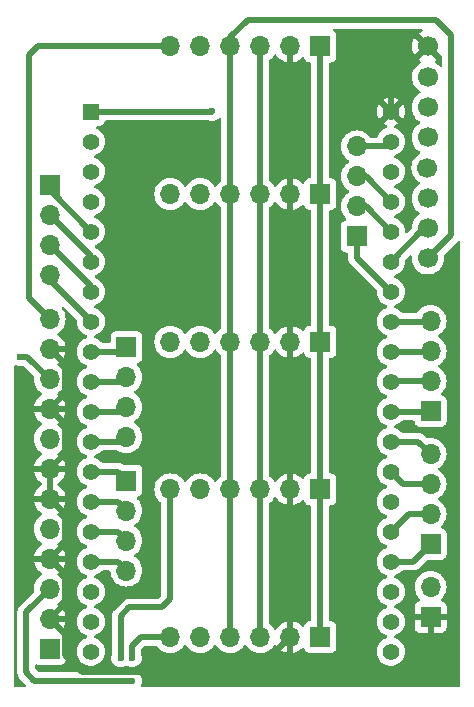
<source format=gbr>
%TF.GenerationSoftware,KiCad,Pcbnew,8.0.4-8.0.4-0~ubuntu24.04.1*%
%TF.CreationDate,2024-09-03T17:30:12+09:00*%
%TF.ProjectId,ESP32,45535033-322e-46b6-9963-61645f706362,rev?*%
%TF.SameCoordinates,Original*%
%TF.FileFunction,Copper,L1,Top*%
%TF.FilePolarity,Positive*%
%FSLAX46Y46*%
G04 Gerber Fmt 4.6, Leading zero omitted, Abs format (unit mm)*
G04 Created by KiCad (PCBNEW 8.0.4-8.0.4-0~ubuntu24.04.1) date 2024-09-03 17:30:12*
%MOMM*%
%LPD*%
G01*
G04 APERTURE LIST*
%TA.AperFunction,ComponentPad*%
%ADD10R,1.700000X1.700000*%
%TD*%
%TA.AperFunction,ComponentPad*%
%ADD11O,1.700000X1.700000*%
%TD*%
%TA.AperFunction,ComponentPad*%
%ADD12R,1.408000X1.408000*%
%TD*%
%TA.AperFunction,ComponentPad*%
%ADD13C,1.408000*%
%TD*%
%TA.AperFunction,ComponentPad*%
%ADD14C,1.700000*%
%TD*%
%TA.AperFunction,ViaPad*%
%ADD15C,0.600000*%
%TD*%
%TA.AperFunction,Conductor*%
%ADD16C,0.500000*%
%TD*%
G04 APERTURE END LIST*
D10*
%TO.P,J9,1,Pin_1*%
%TO.N,GND1*%
X166250000Y-124790000D03*
D11*
%TO.P,J9,2,Pin_2*%
%TO.N,Net-(J9-Pin_2)*%
X166250000Y-122250000D03*
%TD*%
D10*
%TO.P,J8,1,Pin_1*%
%TO.N,Net-(J8-Pin_1)*%
X166250000Y-118620000D03*
D11*
%TO.P,J8,2,Pin_2*%
%TO.N,Net-(J8-Pin_2)*%
X166250000Y-116080000D03*
%TO.P,J8,3,Pin_3*%
%TO.N,Net-(J8-Pin_3)*%
X166250000Y-113540000D03*
%TO.P,J8,4,Pin_4*%
%TO.N,Net-(J8-Pin_4)*%
X166250000Y-111000000D03*
%TD*%
D10*
%TO.P,J1,1,Pin_1*%
%TO.N,+3V3*%
X156910000Y-76500000D03*
D11*
%TO.P,J1,2,Pin_2*%
%TO.N,GND1*%
X154370000Y-76500000D03*
%TO.P,J1,3,Pin_3*%
%TO.N,SDA*%
X151830000Y-76500000D03*
%TO.P,J1,4,Pin_4*%
%TO.N,SCL*%
X149290000Y-76500000D03*
%TO.P,J1,5,Pin_5*%
%TO.N,unconnected-(J1-Pin_5-Pad5)*%
X146750000Y-76500000D03*
%TO.P,J1,6,Pin_6*%
%TO.N,VCC1*%
X144210000Y-76500000D03*
%TD*%
D10*
%TO.P,J15,1,Pin_1*%
%TO.N,Net-(J15-Pin_1)*%
X140500000Y-113250000D03*
D11*
%TO.P,J15,2,Pin_2*%
%TO.N,Net-(J15-Pin_2)*%
X140500000Y-115790000D03*
%TO.P,J15,3,Pin_3*%
%TO.N,Net-(J15-Pin_3)*%
X140500000Y-118330000D03*
%TO.P,J15,4,Pin_4*%
%TO.N,Net-(J15-Pin_4)*%
X140500000Y-120870000D03*
%TD*%
D10*
%TO.P,J7,1,Pin_1*%
%TO.N,VIN*%
X134000000Y-127500000D03*
D11*
%TO.P,J7,2,Pin_2*%
%TO.N,GND1*%
X134000000Y-124960000D03*
%TO.P,J7,3,Pin_3*%
%TO.N,VCC5*%
X134000000Y-122420000D03*
%TO.P,J7,4,Pin_4*%
%TO.N,GND1*%
X134000000Y-119880000D03*
%TO.P,J7,5,Pin_5*%
%TO.N,VCC4*%
X134000000Y-117340000D03*
%TO.P,J7,6,Pin_6*%
%TO.N,GND1*%
X134000000Y-114800000D03*
%TO.P,J7,7,Pin_7*%
X134000000Y-112260000D03*
%TO.P,J7,8,Pin_8*%
%TO.N,VCC3*%
X134000000Y-109720000D03*
%TO.P,J7,9,Pin_9*%
%TO.N,GND1*%
X134000000Y-107180000D03*
%TO.P,J7,10,Pin_10*%
%TO.N,VCC2*%
X134000000Y-104640000D03*
%TO.P,J7,11,Pin_11*%
%TO.N,GND1*%
X134000000Y-102100000D03*
%TO.P,J7,12,Pin_12*%
%TO.N,VCC1*%
X134000000Y-99560000D03*
%TD*%
D10*
%TO.P,J5,1,Pin_1*%
%TO.N,+3V3*%
X156910000Y-126500000D03*
D11*
%TO.P,J5,2,Pin_2*%
%TO.N,GND1*%
X154370000Y-126500000D03*
%TO.P,J5,3,Pin_3*%
%TO.N,SDA*%
X151830000Y-126500000D03*
%TO.P,J5,4,Pin_4*%
%TO.N,SCL*%
X149290000Y-126500000D03*
%TO.P,J5,5,Pin_5*%
%TO.N,unconnected-(J5-Pin_5-Pad5)*%
X146750000Y-126500000D03*
%TO.P,J5,6,Pin_6*%
%TO.N,VCC5*%
X144210000Y-126500000D03*
%TD*%
D10*
%TO.P,J3,1,Pin_1*%
%TO.N,+3V3*%
X156910000Y-101500000D03*
D11*
%TO.P,J3,2,Pin_2*%
%TO.N,GND1*%
X154370000Y-101500000D03*
%TO.P,J3,3,Pin_3*%
%TO.N,SDA*%
X151830000Y-101500000D03*
%TO.P,J3,4,Pin_4*%
%TO.N,SCL*%
X149290000Y-101500000D03*
%TO.P,J3,5,Pin_5*%
%TO.N,unconnected-(J3-Pin_5-Pad5)*%
X146750000Y-101500000D03*
%TO.P,J3,6,Pin_6*%
%TO.N,VCC3*%
X144210000Y-101500000D03*
%TD*%
D10*
%TO.P,J13,1,Pin_1*%
%TO.N,Net-(J13-Pin_1)*%
X134000000Y-88200000D03*
D11*
%TO.P,J13,2,Pin_2*%
%TO.N,Net-(J13-Pin_2)*%
X134000000Y-90740000D03*
%TO.P,J13,3,Pin_3*%
%TO.N,Net-(J13-Pin_3)*%
X134000000Y-93280000D03*
%TO.P,J13,4,Pin_4*%
%TO.N,Net-(J13-Pin_4)*%
X134000000Y-95820000D03*
%TD*%
D10*
%TO.P,J6,1,Pin_1*%
%TO.N,Net-(J6-Pin_1)*%
X166250000Y-107370000D03*
D11*
%TO.P,J6,2,Pin_2*%
%TO.N,Net-(J6-Pin_2)*%
X166250000Y-104830000D03*
%TO.P,J6,3,Pin_3*%
%TO.N,Net-(J6-Pin_3)*%
X166250000Y-102290000D03*
%TO.P,J6,4,Pin_4*%
%TO.N,Net-(J6-Pin_4)*%
X166250000Y-99750000D03*
%TD*%
D10*
%TO.P,J4,1,Pin_1*%
%TO.N,+3V3*%
X156910000Y-114000000D03*
D11*
%TO.P,J4,2,Pin_2*%
%TO.N,GND1*%
X154370000Y-114000000D03*
%TO.P,J4,3,Pin_3*%
%TO.N,SDA*%
X151830000Y-114000000D03*
%TO.P,J4,4,Pin_4*%
%TO.N,SCL*%
X149290000Y-114000000D03*
%TO.P,J4,5,Pin_5*%
%TO.N,unconnected-(J4-Pin_5-Pad5)*%
X146750000Y-114000000D03*
%TO.P,J4,6,Pin_6*%
%TO.N,VCC4*%
X144210000Y-114000000D03*
%TD*%
D10*
%TO.P,J2,1,Pin_1*%
%TO.N,+3V3*%
X156910000Y-89000000D03*
D11*
%TO.P,J2,2,Pin_2*%
%TO.N,GND1*%
X154370000Y-89000000D03*
%TO.P,J2,3,Pin_3*%
%TO.N,SDA*%
X151830000Y-89000000D03*
%TO.P,J2,4,Pin_4*%
%TO.N,SCL*%
X149290000Y-89000000D03*
%TO.P,J2,5,Pin_5*%
%TO.N,unconnected-(J2-Pin_5-Pad5)*%
X146750000Y-89000000D03*
%TO.P,J2,6,Pin_6*%
%TO.N,VCC2*%
X144210000Y-89000000D03*
%TD*%
D10*
%TO.P,J16,1,Pin_1*%
%TO.N,Net-(J16-Pin_1)*%
X160000000Y-92580000D03*
D11*
%TO.P,J16,2,Pin_2*%
%TO.N,Net-(J16-Pin_2)*%
X160000000Y-90040000D03*
%TO.P,J16,3,Pin_3*%
%TO.N,Net-(J16-Pin_3)*%
X160000000Y-87500000D03*
%TO.P,J16,4,Pin_4*%
%TO.N,Net-(J16-Pin_4)*%
X160000000Y-84960000D03*
%TD*%
D12*
%TO.P,U1,J2_1,3V3*%
%TO.N,+3V3*%
X137485000Y-82015000D03*
D13*
%TO.P,U1,J2_2,EN*%
%TO.N,unconnected-(U1-EN-PadJ2_2)*%
X137485000Y-84555000D03*
%TO.P,U1,J2_3,SENSOR_VP*%
%TO.N,unconnected-(U1-SENSOR_VP-PadJ2_3)*%
X137485000Y-87095000D03*
%TO.P,U1,J2_4,SENSOR_VN*%
%TO.N,unconnected-(U1-SENSOR_VN-PadJ2_4)*%
X137485000Y-89635000D03*
%TO.P,U1,J2_5,IO34*%
%TO.N,Net-(J13-Pin_1)*%
X137485000Y-92175000D03*
%TO.P,U1,J2_6,IO35*%
%TO.N,Net-(J13-Pin_2)*%
X137485000Y-94715000D03*
%TO.P,U1,J2_7,IO32*%
%TO.N,Net-(J13-Pin_3)*%
X137485000Y-97255000D03*
%TO.P,U1,J2_8,IO33*%
%TO.N,Net-(J13-Pin_4)*%
X137485000Y-99795000D03*
%TO.P,U1,J2_9,IO25*%
%TO.N,Net-(J14-Pin_1)*%
X137485000Y-102335000D03*
%TO.P,U1,J2_10,IO26*%
%TO.N,Net-(J14-Pin_2)*%
X137485000Y-104875000D03*
%TO.P,U1,J2_11,IO27*%
%TO.N,Net-(J14-Pin_3)*%
X137485000Y-107415000D03*
%TO.P,U1,J2_12,IO14*%
%TO.N,Net-(J14-Pin_4)*%
X137485000Y-109955000D03*
%TO.P,U1,J2_13,IO12*%
%TO.N,Net-(J15-Pin_1)*%
X137485000Y-112495000D03*
%TO.P,U1,J2_14,GND_J2_14*%
%TO.N,Net-(J15-Pin_2)*%
X137485000Y-115035000D03*
%TO.P,U1,J2_15,IO13*%
%TO.N,Net-(J15-Pin_3)*%
X137485000Y-117575000D03*
%TO.P,U1,J2_16,SD2*%
%TO.N,Net-(J15-Pin_4)*%
X137485000Y-120115000D03*
%TO.P,U1,J2_17,SD3*%
%TO.N,unconnected-(U1-SD3-PadJ2_17)*%
X137485000Y-122655000D03*
%TO.P,U1,J2_18,CMD*%
%TO.N,unconnected-(U1-CMD-PadJ2_18)*%
X137485000Y-125195000D03*
%TO.P,U1,J2_19,EXT_5V*%
%TO.N,VIN*%
X137485000Y-127735000D03*
%TO.P,U1,J3_1,GND_J3_1*%
%TO.N,GND1*%
X162885000Y-82015000D03*
%TO.P,U1,J3_2,IO23*%
%TO.N,Net-(J16-Pin_4)*%
X162885000Y-84555000D03*
%TO.P,U1,J3_3,IO22*%
%TO.N,SCL*%
X162885000Y-87095000D03*
%TO.P,U1,J3_4,TXD0*%
%TO.N,Net-(J16-Pin_3)*%
X162885000Y-89635000D03*
%TO.P,U1,J3_5,RXD0*%
%TO.N,Net-(J16-Pin_2)*%
X162885000Y-92175000D03*
%TO.P,U1,J3_6,IO21*%
%TO.N,SDA*%
X162885000Y-94715000D03*
%TO.P,U1,J3_7,GND_J3_7*%
%TO.N,Net-(J16-Pin_1)*%
X162885000Y-97255000D03*
%TO.P,U1,J3_8,IO19*%
%TO.N,Net-(J6-Pin_4)*%
X162885000Y-99795000D03*
%TO.P,U1,J3_9,IO18*%
%TO.N,Net-(J6-Pin_3)*%
X162885000Y-102335000D03*
%TO.P,U1,J3_10,IO5*%
%TO.N,Net-(J6-Pin_2)*%
X162885000Y-104875000D03*
%TO.P,U1,J3_11,IO17*%
%TO.N,Net-(J6-Pin_1)*%
X162885000Y-107415000D03*
%TO.P,U1,J3_12,IO16*%
%TO.N,Net-(J8-Pin_4)*%
X162885000Y-109955000D03*
%TO.P,U1,J3_13,IO4*%
%TO.N,Net-(J8-Pin_3)*%
X162885000Y-112495000D03*
%TO.P,U1,J3_14,IO0*%
%TO.N,Net-(J9-Pin_2)*%
X162885000Y-115035000D03*
%TO.P,U1,J3_15,IO2*%
%TO.N,Net-(J8-Pin_2)*%
X162885000Y-117575000D03*
%TO.P,U1,J3_16,IO15*%
%TO.N,Net-(J8-Pin_1)*%
X162885000Y-120115000D03*
%TO.P,U1,J3_17,SD1*%
%TO.N,unconnected-(U1-SD1-PadJ3_17)*%
X162885000Y-122655000D03*
%TO.P,U1,J3_18,SD0*%
%TO.N,unconnected-(U1-SD0-PadJ3_18)*%
X162885000Y-125195000D03*
%TO.P,U1,J3_19,CLK*%
%TO.N,unconnected-(U1-CLK-PadJ3_19)*%
X162885000Y-127735000D03*
%TD*%
D10*
%TO.P,J14,1,Pin_1*%
%TO.N,Net-(J14-Pin_1)*%
X140500000Y-101950000D03*
D11*
%TO.P,J14,2,Pin_2*%
%TO.N,Net-(J14-Pin_2)*%
X140500000Y-104490000D03*
%TO.P,J14,3,Pin_3*%
%TO.N,Net-(J14-Pin_3)*%
X140500000Y-107030000D03*
%TO.P,J14,4,Pin_4*%
%TO.N,Net-(J14-Pin_4)*%
X140500000Y-109570000D03*
%TD*%
D14*
%TO.P,U2,1,SCL*%
%TO.N,SCL*%
X166025000Y-94450000D03*
%TO.P,U2,2,SDA*%
%TO.N,SDA*%
X166000000Y-91875000D03*
%TO.P,U2,3,SD0*%
%TO.N,unconnected-(U2-SD0-Pad3)*%
X166000000Y-89350000D03*
%TO.P,U2,4,INT2*%
%TO.N,unconnected-(U2-INT2-Pad4)*%
X165975000Y-86775000D03*
%TO.P,U2,5,INT1*%
%TO.N,unconnected-(U2-INT1-Pad5)*%
X166000000Y-84200000D03*
%TO.P,U2,6,CS*%
%TO.N,unconnected-(U2-CS-Pad6)*%
X166000000Y-81650000D03*
%TO.P,U2,7,VCC*%
%TO.N,+3V3*%
X166025000Y-79075000D03*
%TO.P,U2,8,GND*%
%TO.N,GND1*%
X166000000Y-76500000D03*
%TD*%
D15*
%TO.N,+3V3*%
X147750000Y-82000000D03*
%TO.N,VCC2*%
X131500000Y-102750000D03*
%TO.N,VCC4*%
X140000000Y-128250000D03*
%TO.N,VCC5*%
X141000000Y-128250000D03*
X141000000Y-130250000D03*
%TD*%
D16*
%TO.N,SCL*%
X166025000Y-94450000D02*
X168000000Y-92475000D01*
X168000000Y-92475000D02*
X168000000Y-75500000D01*
X168000000Y-75500000D02*
X166750000Y-74250000D01*
X166750000Y-74250000D02*
X150750000Y-74250000D01*
X150750000Y-74250000D02*
X149290000Y-75710000D01*
X149290000Y-75710000D02*
X149290000Y-76500000D01*
%TO.N,SDA*%
X166000000Y-91875000D02*
X165725000Y-91875000D01*
X165725000Y-91875000D02*
X162885000Y-94715000D01*
%TO.N,GND1*%
X166000000Y-76500000D02*
X162885000Y-79615000D01*
X162885000Y-79615000D02*
X162885000Y-82015000D01*
X134000000Y-102100000D02*
X135300000Y-103400000D01*
X165000000Y-129250000D02*
X166250000Y-128000000D01*
X134000000Y-124960000D02*
X135300000Y-126260000D01*
X135300000Y-126260000D02*
X135300000Y-128050000D01*
X154370000Y-128120000D02*
X155500000Y-129250000D01*
X135300000Y-116100000D02*
X135300000Y-118580000D01*
X135300000Y-108480000D02*
X134000000Y-107180000D01*
X154370000Y-114000000D02*
X154370000Y-76500000D01*
X135300000Y-103400000D02*
X135300000Y-105880000D01*
X154370000Y-114000000D02*
X154370000Y-126500000D01*
X135300000Y-105880000D02*
X134000000Y-107180000D01*
X136750000Y-129500000D02*
X151370000Y-129500000D01*
X166250000Y-128000000D02*
X166250000Y-124790000D01*
X135300000Y-110960000D02*
X135300000Y-108480000D01*
X134000000Y-119880000D02*
X135300000Y-121180000D01*
X135300000Y-128050000D02*
X136750000Y-129500000D01*
X135300000Y-123660000D02*
X134000000Y-124960000D01*
X135300000Y-118580000D02*
X134000000Y-119880000D01*
X151370000Y-129500000D02*
X154370000Y-126500000D01*
X134000000Y-112260000D02*
X135300000Y-110960000D01*
X154370000Y-126500000D02*
X154370000Y-128120000D01*
X155500000Y-129250000D02*
X165000000Y-129250000D01*
X134000000Y-114800000D02*
X135300000Y-116100000D01*
X134000000Y-112260000D02*
X134000000Y-114800000D01*
X135300000Y-121180000D02*
X135300000Y-123660000D01*
%TO.N,SCL*%
X149290000Y-76500000D02*
X149290000Y-126500000D01*
%TO.N,+3V3*%
X147735000Y-82015000D02*
X147750000Y-82000000D01*
X137485000Y-82015000D02*
X147735000Y-82015000D01*
X156910000Y-114000000D02*
X156910000Y-126500000D01*
X156910000Y-76500000D02*
X156910000Y-114000000D01*
%TO.N,SDA*%
X151830000Y-114000000D02*
X151830000Y-126500000D01*
X151830000Y-76500000D02*
X151830000Y-114000000D01*
%TO.N,Net-(J6-Pin_2)*%
X166250000Y-104830000D02*
X162930000Y-104830000D01*
X162930000Y-104830000D02*
X162885000Y-104875000D01*
%TO.N,Net-(J6-Pin_1)*%
X162885000Y-107415000D02*
X166205000Y-107415000D01*
X166205000Y-107415000D02*
X166250000Y-107370000D01*
%TO.N,Net-(J6-Pin_4)*%
X166205000Y-99795000D02*
X166250000Y-99750000D01*
X162885000Y-99795000D02*
X166205000Y-99795000D01*
%TO.N,Net-(J6-Pin_3)*%
X162885000Y-102335000D02*
X166205000Y-102335000D01*
X166205000Y-102335000D02*
X166250000Y-102290000D01*
%TO.N,Net-(J8-Pin_2)*%
X164380000Y-116080000D02*
X162885000Y-117575000D01*
X166250000Y-116080000D02*
X164380000Y-116080000D01*
%TO.N,Net-(J8-Pin_3)*%
X166250000Y-113540000D02*
X163930000Y-113540000D01*
X163930000Y-113540000D02*
X162885000Y-112495000D01*
%TO.N,Net-(J8-Pin_4)*%
X165205000Y-109955000D02*
X166250000Y-111000000D01*
X162885000Y-109955000D02*
X165205000Y-109955000D01*
%TO.N,Net-(J13-Pin_1)*%
X134000000Y-88690000D02*
X137485000Y-92175000D01*
X134000000Y-88200000D02*
X134000000Y-88690000D01*
%TO.N,Net-(J13-Pin_3)*%
X134000000Y-93280000D02*
X137485000Y-96765000D01*
X137485000Y-96765000D02*
X137485000Y-97255000D01*
%TO.N,Net-(J13-Pin_2)*%
X137485000Y-94225000D02*
X137485000Y-94715000D01*
X134000000Y-90740000D02*
X137485000Y-94225000D01*
%TO.N,Net-(J13-Pin_4)*%
X134000000Y-95820000D02*
X134000000Y-96250000D01*
X134000000Y-96250000D02*
X137485000Y-99735000D01*
X137485000Y-99735000D02*
X137485000Y-99795000D01*
%TO.N,Net-(J14-Pin_1)*%
X137485000Y-102335000D02*
X140115000Y-102335000D01*
X140115000Y-102335000D02*
X140500000Y-101950000D01*
%TO.N,Net-(J14-Pin_4)*%
X137485000Y-109955000D02*
X140115000Y-109955000D01*
X140115000Y-109955000D02*
X140500000Y-109570000D01*
%TO.N,Net-(J14-Pin_2)*%
X140115000Y-104875000D02*
X140500000Y-104490000D01*
X137485000Y-104875000D02*
X140115000Y-104875000D01*
%TO.N,Net-(J14-Pin_3)*%
X140115000Y-107415000D02*
X140500000Y-107030000D01*
X137485000Y-107415000D02*
X140115000Y-107415000D01*
%TO.N,Net-(J15-Pin_2)*%
X139745000Y-115035000D02*
X140500000Y-115790000D01*
X137485000Y-115035000D02*
X139745000Y-115035000D01*
%TO.N,Net-(J15-Pin_4)*%
X137485000Y-120115000D02*
X139745000Y-120115000D01*
X139745000Y-120115000D02*
X140500000Y-120870000D01*
%TO.N,Net-(J15-Pin_1)*%
X139745000Y-112495000D02*
X140500000Y-113250000D01*
X137485000Y-112495000D02*
X139745000Y-112495000D01*
%TO.N,Net-(J15-Pin_3)*%
X139745000Y-117575000D02*
X140500000Y-118330000D01*
X137485000Y-117575000D02*
X139745000Y-117575000D01*
%TO.N,Net-(J16-Pin_3)*%
X160750000Y-87500000D02*
X162885000Y-89635000D01*
X160000000Y-87500000D02*
X160750000Y-87500000D01*
%TO.N,Net-(J16-Pin_4)*%
X160000000Y-84960000D02*
X162480000Y-84960000D01*
X162480000Y-84960000D02*
X162885000Y-84555000D01*
%TO.N,Net-(J16-Pin_1)*%
X160000000Y-92580000D02*
X160000000Y-94370000D01*
X160000000Y-94370000D02*
X162885000Y-97255000D01*
%TO.N,Net-(J16-Pin_2)*%
X160750000Y-90040000D02*
X162885000Y-92175000D01*
X160000000Y-90040000D02*
X160750000Y-90040000D01*
%TO.N,Net-(J8-Pin_1)*%
X162885000Y-120115000D02*
X164755000Y-120115000D01*
X164755000Y-120115000D02*
X166250000Y-118620000D01*
%TO.N,VCC1*%
X132250000Y-97810000D02*
X134000000Y-99560000D01*
X144210000Y-76500000D02*
X133000000Y-76500000D01*
X133000000Y-76500000D02*
X132250000Y-77250000D01*
X132250000Y-77250000D02*
X132250000Y-97810000D01*
%TO.N,VCC2*%
X132110000Y-102750000D02*
X134000000Y-104640000D01*
X131500000Y-102750000D02*
X132110000Y-102750000D01*
%TO.N,VCC4*%
X144210000Y-114000000D02*
X144210000Y-123290000D01*
X144210000Y-123290000D02*
X143500000Y-124000000D01*
X143500000Y-124000000D02*
X140750000Y-124000000D01*
X140000000Y-124750000D02*
X140000000Y-128250000D01*
X140750000Y-124000000D02*
X140000000Y-124750000D01*
%TO.N,VCC5*%
X140950000Y-130200000D02*
X132700000Y-130200000D01*
X132000000Y-129500000D02*
X132000000Y-124420000D01*
X141750000Y-126500000D02*
X141000000Y-127250000D01*
X144210000Y-126500000D02*
X141750000Y-126500000D01*
X132700000Y-130200000D02*
X132000000Y-129500000D01*
X141000000Y-130250000D02*
X140950000Y-130200000D01*
X132000000Y-124420000D02*
X134000000Y-122420000D01*
X141000000Y-127250000D02*
X141000000Y-128250000D01*
%TD*%
%TA.AperFunction,Conductor*%
%TO.N,GND1*%
G36*
X131165455Y-103481030D02*
G01*
X131320737Y-103535366D01*
X131320743Y-103535367D01*
X131320745Y-103535368D01*
X131320746Y-103535368D01*
X131320750Y-103535369D01*
X131499996Y-103555565D01*
X131500000Y-103555565D01*
X131500004Y-103555565D01*
X131679249Y-103535369D01*
X131679252Y-103535368D01*
X131679255Y-103535368D01*
X131679256Y-103535367D01*
X131679259Y-103535367D01*
X131720345Y-103520990D01*
X131790124Y-103517427D01*
X131848982Y-103550350D01*
X132627130Y-104328497D01*
X132660615Y-104389820D01*
X132662977Y-104426985D01*
X132644341Y-104639997D01*
X132644341Y-104640000D01*
X132664936Y-104875403D01*
X132664938Y-104875413D01*
X132726094Y-105103655D01*
X132726096Y-105103659D01*
X132726097Y-105103663D01*
X132756019Y-105167830D01*
X132825965Y-105317830D01*
X132825967Y-105317834D01*
X132856474Y-105361402D01*
X132959007Y-105507834D01*
X132961501Y-105511395D01*
X132961506Y-105511402D01*
X133128597Y-105678493D01*
X133128603Y-105678498D01*
X133314594Y-105808730D01*
X133358219Y-105863307D01*
X133365413Y-105932805D01*
X133333890Y-105995160D01*
X133314595Y-106011880D01*
X133128922Y-106141890D01*
X133128920Y-106141891D01*
X132961891Y-106308920D01*
X132961886Y-106308926D01*
X132826400Y-106502420D01*
X132826399Y-106502422D01*
X132726570Y-106716507D01*
X132726567Y-106716513D01*
X132669364Y-106929999D01*
X132669364Y-106930000D01*
X133566988Y-106930000D01*
X133534075Y-106987007D01*
X133500000Y-107114174D01*
X133500000Y-107245826D01*
X133534075Y-107372993D01*
X133566988Y-107430000D01*
X132669364Y-107430000D01*
X132726567Y-107643486D01*
X132726570Y-107643492D01*
X132826399Y-107857578D01*
X132961894Y-108051082D01*
X133128917Y-108218105D01*
X133314595Y-108348119D01*
X133358219Y-108402696D01*
X133365412Y-108472195D01*
X133333890Y-108534549D01*
X133314595Y-108551269D01*
X133128594Y-108681508D01*
X132961505Y-108848597D01*
X132825965Y-109042169D01*
X132825964Y-109042171D01*
X132726098Y-109256335D01*
X132726094Y-109256344D01*
X132664938Y-109484586D01*
X132664936Y-109484596D01*
X132644341Y-109719999D01*
X132644341Y-109720000D01*
X132664936Y-109955403D01*
X132664938Y-109955413D01*
X132726094Y-110183655D01*
X132726096Y-110183659D01*
X132726097Y-110183663D01*
X132756019Y-110247830D01*
X132825965Y-110397830D01*
X132825967Y-110397834D01*
X132961501Y-110591395D01*
X132961506Y-110591402D01*
X133128597Y-110758493D01*
X133128603Y-110758498D01*
X133314594Y-110888730D01*
X133358219Y-110943307D01*
X133365413Y-111012805D01*
X133333890Y-111075160D01*
X133314595Y-111091880D01*
X133128922Y-111221890D01*
X133128920Y-111221891D01*
X132961891Y-111388920D01*
X132961886Y-111388926D01*
X132826400Y-111582420D01*
X132826399Y-111582422D01*
X132726570Y-111796507D01*
X132726567Y-111796513D01*
X132669364Y-112009999D01*
X132669364Y-112010000D01*
X133566988Y-112010000D01*
X133534075Y-112067007D01*
X133500000Y-112194174D01*
X133500000Y-112325826D01*
X133534075Y-112452993D01*
X133566988Y-112510000D01*
X132669364Y-112510000D01*
X132726567Y-112723486D01*
X132726570Y-112723492D01*
X132826399Y-112937578D01*
X132961894Y-113131082D01*
X133128917Y-113298105D01*
X133315031Y-113428425D01*
X133358656Y-113483003D01*
X133365848Y-113552501D01*
X133334326Y-113614856D01*
X133315031Y-113631575D01*
X133128922Y-113761890D01*
X133128920Y-113761891D01*
X132961891Y-113928920D01*
X132961886Y-113928926D01*
X132826400Y-114122420D01*
X132826399Y-114122422D01*
X132726570Y-114336507D01*
X132726567Y-114336513D01*
X132669364Y-114549999D01*
X132669364Y-114550000D01*
X133566988Y-114550000D01*
X133534075Y-114607007D01*
X133500000Y-114734174D01*
X133500000Y-114865826D01*
X133534075Y-114992993D01*
X133566988Y-115050000D01*
X132669364Y-115050000D01*
X132726567Y-115263486D01*
X132726570Y-115263492D01*
X132826399Y-115477578D01*
X132961894Y-115671082D01*
X133128917Y-115838105D01*
X133314595Y-115968119D01*
X133358219Y-116022696D01*
X133365412Y-116092195D01*
X133333890Y-116154549D01*
X133314595Y-116171269D01*
X133128594Y-116301508D01*
X132961505Y-116468597D01*
X132825965Y-116662169D01*
X132825964Y-116662171D01*
X132726098Y-116876335D01*
X132726094Y-116876344D01*
X132664938Y-117104586D01*
X132664936Y-117104596D01*
X132644341Y-117339999D01*
X132644341Y-117340000D01*
X132664936Y-117575403D01*
X132664938Y-117575413D01*
X132726094Y-117803655D01*
X132726096Y-117803659D01*
X132726097Y-117803663D01*
X132755326Y-117866344D01*
X132825965Y-118017830D01*
X132825967Y-118017834D01*
X132961501Y-118211395D01*
X132961506Y-118211402D01*
X133128597Y-118378493D01*
X133128603Y-118378498D01*
X133314594Y-118508730D01*
X133358219Y-118563307D01*
X133365413Y-118632805D01*
X133333890Y-118695160D01*
X133314595Y-118711880D01*
X133128922Y-118841890D01*
X133128920Y-118841891D01*
X132961891Y-119008920D01*
X132961886Y-119008926D01*
X132826400Y-119202420D01*
X132826399Y-119202422D01*
X132726570Y-119416507D01*
X132726567Y-119416513D01*
X132669364Y-119629999D01*
X132669364Y-119630000D01*
X133566988Y-119630000D01*
X133534075Y-119687007D01*
X133500000Y-119814174D01*
X133500000Y-119945826D01*
X133534075Y-120072993D01*
X133566988Y-120130000D01*
X132669364Y-120130000D01*
X132726567Y-120343486D01*
X132726570Y-120343492D01*
X132826399Y-120557578D01*
X132961894Y-120751082D01*
X133128917Y-120918105D01*
X133314595Y-121048119D01*
X133358219Y-121102696D01*
X133365412Y-121172195D01*
X133333890Y-121234549D01*
X133314595Y-121251269D01*
X133128594Y-121381508D01*
X132961505Y-121548597D01*
X132825965Y-121742169D01*
X132825964Y-121742171D01*
X132726098Y-121956335D01*
X132726094Y-121956344D01*
X132664938Y-122184586D01*
X132664936Y-122184596D01*
X132644341Y-122419999D01*
X132644341Y-122420001D01*
X132662977Y-122633013D01*
X132649210Y-122701513D01*
X132627130Y-122731501D01*
X131417052Y-123941578D01*
X131417049Y-123941581D01*
X131384363Y-123990499D01*
X131384364Y-123990500D01*
X131334914Y-124064508D01*
X131278343Y-124201082D01*
X131278340Y-124201092D01*
X131249500Y-124346079D01*
X131249500Y-124346082D01*
X131249500Y-129573918D01*
X131249500Y-129573920D01*
X131249499Y-129573920D01*
X131278340Y-129718907D01*
X131278343Y-129718917D01*
X131334914Y-129855491D01*
X131334916Y-129855495D01*
X131352370Y-129881617D01*
X131360981Y-129894505D01*
X131417049Y-129978418D01*
X131417052Y-129978421D01*
X131976452Y-130537819D01*
X132009937Y-130599142D01*
X132004953Y-130668833D01*
X131963082Y-130724767D01*
X131897617Y-130749184D01*
X131888771Y-130749500D01*
X131124500Y-130749500D01*
X131057461Y-130729815D01*
X131011706Y-130677011D01*
X131000500Y-130625500D01*
X131000500Y-103598071D01*
X131020185Y-103531032D01*
X131072989Y-103485277D01*
X131142147Y-103475333D01*
X131165455Y-103481030D01*
G37*
%TD.AperFunction*%
%TA.AperFunction,Conductor*%
G36*
X165529027Y-75020185D02*
G01*
X165574782Y-75072989D01*
X165584726Y-75142147D01*
X165555701Y-75205703D01*
X165514393Y-75236882D01*
X165322419Y-75326401D01*
X165238625Y-75385072D01*
X165870590Y-76017037D01*
X165807007Y-76034075D01*
X165692993Y-76099901D01*
X165599901Y-76192993D01*
X165534075Y-76307007D01*
X165517037Y-76370589D01*
X164885073Y-75738625D01*
X164885072Y-75738625D01*
X164826401Y-75822419D01*
X164726570Y-76036507D01*
X164726566Y-76036516D01*
X164665432Y-76264673D01*
X164665430Y-76264684D01*
X164644843Y-76499998D01*
X164644843Y-76500001D01*
X164665430Y-76735315D01*
X164665432Y-76735326D01*
X164726566Y-76963483D01*
X164726570Y-76963492D01*
X164826400Y-77177579D01*
X164826402Y-77177583D01*
X164885072Y-77261373D01*
X164885073Y-77261373D01*
X165517037Y-76629409D01*
X165534075Y-76692993D01*
X165599901Y-76807007D01*
X165692993Y-76900099D01*
X165807007Y-76965925D01*
X165870590Y-76982962D01*
X165238625Y-77614925D01*
X165322422Y-77673600D01*
X165338084Y-77680904D01*
X165390522Y-77727077D01*
X165409673Y-77794271D01*
X165389456Y-77861152D01*
X165351225Y-77897318D01*
X165351605Y-77897860D01*
X165347941Y-77900425D01*
X165347687Y-77900666D01*
X165347176Y-77900960D01*
X165153597Y-78036505D01*
X164986505Y-78203597D01*
X164850965Y-78397169D01*
X164850964Y-78397171D01*
X164751098Y-78611335D01*
X164751094Y-78611344D01*
X164689938Y-78839586D01*
X164689936Y-78839596D01*
X164669341Y-79074999D01*
X164669341Y-79075000D01*
X164689936Y-79310403D01*
X164689938Y-79310413D01*
X164751094Y-79538655D01*
X164751096Y-79538659D01*
X164751097Y-79538663D01*
X164800500Y-79644607D01*
X164850965Y-79752830D01*
X164850967Y-79752834D01*
X164959281Y-79907521D01*
X164986505Y-79946401D01*
X165153599Y-80113495D01*
X165281132Y-80202794D01*
X165351604Y-80252140D01*
X165350974Y-80253038D01*
X165395359Y-80299580D01*
X165408587Y-80368186D01*
X165382625Y-80433053D01*
X165337558Y-80468789D01*
X165322170Y-80475965D01*
X165322169Y-80475965D01*
X165128597Y-80611505D01*
X164961505Y-80778597D01*
X164825965Y-80972169D01*
X164825964Y-80972171D01*
X164726098Y-81186335D01*
X164726094Y-81186344D01*
X164664938Y-81414586D01*
X164664936Y-81414596D01*
X164644341Y-81649999D01*
X164644341Y-81650000D01*
X164664936Y-81885403D01*
X164664938Y-81885413D01*
X164726094Y-82113655D01*
X164726096Y-82113659D01*
X164726097Y-82113663D01*
X164761085Y-82188694D01*
X164825965Y-82327830D01*
X164825967Y-82327834D01*
X164934281Y-82482521D01*
X164961505Y-82521401D01*
X165128599Y-82688495D01*
X165273896Y-82790233D01*
X165321299Y-82823425D01*
X165364923Y-82878002D01*
X165372116Y-82947501D01*
X165340594Y-83009855D01*
X165321299Y-83026575D01*
X165128594Y-83161508D01*
X164961505Y-83328597D01*
X164825965Y-83522169D01*
X164825964Y-83522171D01*
X164726098Y-83736335D01*
X164726094Y-83736344D01*
X164664938Y-83964586D01*
X164664936Y-83964596D01*
X164644341Y-84199999D01*
X164644341Y-84200000D01*
X164664936Y-84435403D01*
X164664938Y-84435413D01*
X164726094Y-84663655D01*
X164726096Y-84663659D01*
X164726097Y-84663663D01*
X164779075Y-84777274D01*
X164825965Y-84877830D01*
X164825967Y-84877834D01*
X164883500Y-84959999D01*
X164961505Y-85071401D01*
X165128599Y-85238495D01*
X165256132Y-85327794D01*
X165326604Y-85377140D01*
X165325974Y-85378038D01*
X165370359Y-85424580D01*
X165383587Y-85493186D01*
X165357625Y-85558053D01*
X165312558Y-85593789D01*
X165297170Y-85600965D01*
X165297169Y-85600965D01*
X165103597Y-85736505D01*
X164936505Y-85903597D01*
X164800965Y-86097169D01*
X164800964Y-86097171D01*
X164701098Y-86311335D01*
X164701094Y-86311344D01*
X164639938Y-86539586D01*
X164639936Y-86539596D01*
X164619341Y-86774999D01*
X164619341Y-86775000D01*
X164639936Y-87010403D01*
X164639938Y-87010413D01*
X164701094Y-87238655D01*
X164701096Y-87238659D01*
X164701097Y-87238663D01*
X164730692Y-87302129D01*
X164800965Y-87452830D01*
X164800967Y-87452834D01*
X164895529Y-87587881D01*
X164936505Y-87646401D01*
X165103599Y-87813495D01*
X165169007Y-87859294D01*
X165297165Y-87949032D01*
X165297167Y-87949033D01*
X165297170Y-87949035D01*
X165312553Y-87956208D01*
X165364992Y-88002381D01*
X165384144Y-88069574D01*
X165363928Y-88136455D01*
X165326144Y-88172202D01*
X165326605Y-88172860D01*
X165128597Y-88311505D01*
X164961505Y-88478597D01*
X164825965Y-88672169D01*
X164825964Y-88672171D01*
X164726098Y-88886335D01*
X164726094Y-88886344D01*
X164664938Y-89114586D01*
X164664936Y-89114596D01*
X164644341Y-89349999D01*
X164644341Y-89350000D01*
X164664936Y-89585403D01*
X164664938Y-89585413D01*
X164726094Y-89813655D01*
X164726096Y-89813659D01*
X164726097Y-89813663D01*
X164793161Y-89957482D01*
X164825965Y-90027830D01*
X164825967Y-90027834D01*
X164961501Y-90221395D01*
X164961506Y-90221402D01*
X165128597Y-90388493D01*
X165128603Y-90388498D01*
X165303447Y-90510925D01*
X165347072Y-90565502D01*
X165354266Y-90635000D01*
X165322743Y-90697355D01*
X165303447Y-90714075D01*
X165128597Y-90836505D01*
X164961505Y-91003597D01*
X164825965Y-91197169D01*
X164825964Y-91197171D01*
X164726098Y-91411335D01*
X164726094Y-91411344D01*
X164664938Y-91639586D01*
X164664936Y-91639596D01*
X164646424Y-91851181D01*
X164620971Y-91916250D01*
X164610577Y-91928054D01*
X164304249Y-92234382D01*
X164242926Y-92267867D01*
X164173234Y-92262883D01*
X164117301Y-92221011D01*
X164093098Y-92158144D01*
X164074063Y-91952726D01*
X164063685Y-91916250D01*
X164012976Y-91738024D01*
X164012973Y-91738018D01*
X163985137Y-91682116D01*
X163913474Y-91538196D01*
X163778950Y-91360057D01*
X163613983Y-91209670D01*
X163613979Y-91209667D01*
X163613974Y-91209664D01*
X163424195Y-91092158D01*
X163424186Y-91092154D01*
X163338430Y-91058932D01*
X163239547Y-91020625D01*
X163184148Y-90978054D01*
X163160557Y-90912288D01*
X163176268Y-90844207D01*
X163226292Y-90795428D01*
X163239538Y-90789378D01*
X163424192Y-90717843D01*
X163613983Y-90600330D01*
X163778950Y-90449943D01*
X163913474Y-90271804D01*
X164012974Y-90071980D01*
X164012974Y-90071977D01*
X164012976Y-90071975D01*
X164062509Y-89897883D01*
X164074063Y-89857274D01*
X164094660Y-89635000D01*
X164074063Y-89412726D01*
X164056216Y-89349999D01*
X164012976Y-89198024D01*
X164012973Y-89198018D01*
X163950198Y-89071948D01*
X163913474Y-88998196D01*
X163778950Y-88820057D01*
X163613983Y-88669670D01*
X163613979Y-88669667D01*
X163613974Y-88669664D01*
X163424195Y-88552158D01*
X163424186Y-88552154D01*
X163323062Y-88512979D01*
X163239547Y-88480625D01*
X163184148Y-88438054D01*
X163160557Y-88372288D01*
X163176268Y-88304207D01*
X163226292Y-88255428D01*
X163239538Y-88249378D01*
X163424192Y-88177843D01*
X163613983Y-88060330D01*
X163778950Y-87909943D01*
X163913474Y-87731804D01*
X164012974Y-87531980D01*
X164012974Y-87531977D01*
X164012976Y-87531975D01*
X164074062Y-87317276D01*
X164074063Y-87317273D01*
X164075467Y-87302128D01*
X164094660Y-87095000D01*
X164074063Y-86872726D01*
X164046258Y-86775000D01*
X164012976Y-86658024D01*
X164012973Y-86658018D01*
X163915122Y-86461506D01*
X163913474Y-86458196D01*
X163778950Y-86280057D01*
X163775594Y-86276998D01*
X163613984Y-86129671D01*
X163613974Y-86129664D01*
X163424195Y-86012158D01*
X163424186Y-86012154D01*
X163338430Y-85978932D01*
X163239547Y-85940625D01*
X163184148Y-85898054D01*
X163160557Y-85832288D01*
X163176268Y-85764207D01*
X163226292Y-85715428D01*
X163239538Y-85709378D01*
X163424192Y-85637843D01*
X163613983Y-85520330D01*
X163778950Y-85369943D01*
X163913474Y-85191804D01*
X164012974Y-84991980D01*
X164012974Y-84991977D01*
X164012976Y-84991975D01*
X164074062Y-84777276D01*
X164074063Y-84777273D01*
X164094660Y-84555000D01*
X164094660Y-84554999D01*
X164074063Y-84332726D01*
X164074062Y-84332723D01*
X164012976Y-84118024D01*
X164012973Y-84118018D01*
X163915122Y-83921506D01*
X163913474Y-83918196D01*
X163778950Y-83740057D01*
X163774869Y-83736337D01*
X163613984Y-83589671D01*
X163613974Y-83589664D01*
X163424195Y-83472158D01*
X163424189Y-83472156D01*
X163238855Y-83400357D01*
X163183457Y-83357786D01*
X163159866Y-83292019D01*
X163175577Y-83223939D01*
X163225601Y-83175160D01*
X163238859Y-83169105D01*
X163423964Y-83097395D01*
X163423971Y-83097392D01*
X163541231Y-83024786D01*
X163541231Y-83024785D01*
X162973585Y-82457137D01*
X163058694Y-82434333D01*
X163161306Y-82375090D01*
X163245090Y-82291306D01*
X163304333Y-82188694D01*
X163327138Y-82103585D01*
X163896716Y-82673163D01*
X163913049Y-82651536D01*
X163913053Y-82651529D01*
X164012499Y-82451813D01*
X164012506Y-82451795D01*
X164073570Y-82237181D01*
X164094158Y-82015000D01*
X164094158Y-82014999D01*
X164073570Y-81792818D01*
X164012506Y-81578204D01*
X164012501Y-81578191D01*
X163913046Y-81378458D01*
X163896716Y-81356836D01*
X163327138Y-81926414D01*
X163304333Y-81841306D01*
X163245090Y-81738694D01*
X163161306Y-81654910D01*
X163058694Y-81595667D01*
X162973584Y-81572861D01*
X163541232Y-81005213D01*
X163423966Y-80932605D01*
X163423965Y-80932604D01*
X163215904Y-80852002D01*
X162996565Y-80811000D01*
X162773435Y-80811000D01*
X162554095Y-80852002D01*
X162346034Y-80932604D01*
X162346028Y-80932607D01*
X162228767Y-81005212D01*
X162228766Y-81005213D01*
X162796415Y-81572861D01*
X162711306Y-81595667D01*
X162608694Y-81654910D01*
X162524910Y-81738694D01*
X162465667Y-81841306D01*
X162442861Y-81926415D01*
X161873282Y-81356836D01*
X161873281Y-81356836D01*
X161856953Y-81378458D01*
X161757498Y-81578191D01*
X161757493Y-81578204D01*
X161696429Y-81792818D01*
X161675842Y-82014999D01*
X161675842Y-82015000D01*
X161696429Y-82237181D01*
X161757493Y-82451795D01*
X161757498Y-82451808D01*
X161856953Y-82651540D01*
X161873282Y-82673163D01*
X162442861Y-82103584D01*
X162465667Y-82188694D01*
X162524910Y-82291306D01*
X162608694Y-82375090D01*
X162711306Y-82434333D01*
X162796414Y-82457137D01*
X162228766Y-83024785D01*
X162346031Y-83097393D01*
X162346032Y-83097394D01*
X162531141Y-83169105D01*
X162586542Y-83211678D01*
X162610133Y-83277445D01*
X162594422Y-83345525D01*
X162544398Y-83394304D01*
X162531147Y-83400355D01*
X162479431Y-83420391D01*
X162345810Y-83472155D01*
X162345804Y-83472158D01*
X162156025Y-83589664D01*
X162156015Y-83589671D01*
X161991051Y-83740055D01*
X161856524Y-83918197D01*
X161757029Y-84118011D01*
X161757022Y-84118029D01*
X161756624Y-84119431D01*
X161756249Y-84120023D01*
X161754954Y-84123369D01*
X161754299Y-84123115D01*
X161719346Y-84178526D01*
X161656037Y-84208085D01*
X161637357Y-84209500D01*
X161187701Y-84209500D01*
X161120662Y-84189815D01*
X161086126Y-84156623D01*
X161038494Y-84088597D01*
X160871402Y-83921506D01*
X160871395Y-83921501D01*
X160866676Y-83918197D01*
X160832521Y-83894281D01*
X160677834Y-83785967D01*
X160677830Y-83785965D01*
X160579380Y-83740057D01*
X160463663Y-83686097D01*
X160463659Y-83686096D01*
X160463655Y-83686094D01*
X160235413Y-83624938D01*
X160235403Y-83624936D01*
X160000001Y-83604341D01*
X159999999Y-83604341D01*
X159764596Y-83624936D01*
X159764586Y-83624938D01*
X159536344Y-83686094D01*
X159536335Y-83686098D01*
X159322171Y-83785964D01*
X159322169Y-83785965D01*
X159128597Y-83921505D01*
X158961505Y-84088597D01*
X158825965Y-84282169D01*
X158825964Y-84282171D01*
X158726098Y-84496335D01*
X158726094Y-84496344D01*
X158664938Y-84724586D01*
X158664936Y-84724596D01*
X158644341Y-84959999D01*
X158644341Y-84960000D01*
X158664936Y-85195403D01*
X158664938Y-85195413D01*
X158726094Y-85423655D01*
X158726096Y-85423659D01*
X158726097Y-85423663D01*
X158771173Y-85520328D01*
X158825965Y-85637830D01*
X158825967Y-85637834D01*
X158961501Y-85831395D01*
X158961506Y-85831402D01*
X159128597Y-85998493D01*
X159128603Y-85998498D01*
X159314158Y-86128425D01*
X159357783Y-86183002D01*
X159364977Y-86252500D01*
X159333454Y-86314855D01*
X159314158Y-86331575D01*
X159128597Y-86461505D01*
X158961505Y-86628597D01*
X158825965Y-86822169D01*
X158825964Y-86822171D01*
X158726098Y-87036335D01*
X158726094Y-87036344D01*
X158664938Y-87264586D01*
X158664936Y-87264596D01*
X158644341Y-87499999D01*
X158644341Y-87500000D01*
X158664936Y-87735403D01*
X158664938Y-87735413D01*
X158726094Y-87963655D01*
X158726096Y-87963659D01*
X158726097Y-87963663D01*
X158821750Y-88168790D01*
X158825965Y-88177830D01*
X158825967Y-88177834D01*
X158919565Y-88311505D01*
X158957311Y-88365412D01*
X158961501Y-88371395D01*
X158961506Y-88371402D01*
X159128597Y-88538493D01*
X159128603Y-88538498D01*
X159314158Y-88668425D01*
X159357783Y-88723002D01*
X159364977Y-88792500D01*
X159333454Y-88854855D01*
X159314158Y-88871575D01*
X159128597Y-89001505D01*
X158961505Y-89168597D01*
X158825965Y-89362169D01*
X158825964Y-89362171D01*
X158726098Y-89576335D01*
X158726094Y-89576344D01*
X158664938Y-89804586D01*
X158664936Y-89804596D01*
X158644341Y-90039999D01*
X158644341Y-90040000D01*
X158664936Y-90275403D01*
X158664938Y-90275413D01*
X158726094Y-90503655D01*
X158726096Y-90503659D01*
X158726097Y-90503663D01*
X158735597Y-90524035D01*
X158825965Y-90717830D01*
X158825967Y-90717834D01*
X158961501Y-90911395D01*
X158961506Y-90911402D01*
X159083430Y-91033326D01*
X159116915Y-91094649D01*
X159111931Y-91164341D01*
X159070059Y-91220274D01*
X159039083Y-91237189D01*
X158907669Y-91286203D01*
X158907664Y-91286206D01*
X158792455Y-91372452D01*
X158792452Y-91372455D01*
X158706206Y-91487664D01*
X158706202Y-91487671D01*
X158655908Y-91622517D01*
X158649501Y-91682116D01*
X158649500Y-91682135D01*
X158649500Y-93477870D01*
X158649501Y-93477876D01*
X158655908Y-93537483D01*
X158706202Y-93672328D01*
X158706206Y-93672335D01*
X158792452Y-93787544D01*
X158792455Y-93787547D01*
X158907664Y-93873793D01*
X158907671Y-93873797D01*
X158952618Y-93890561D01*
X159042517Y-93924091D01*
X159102127Y-93930500D01*
X159125497Y-93930499D01*
X159192536Y-93950181D01*
X159238292Y-94002983D01*
X159249500Y-94054499D01*
X159249500Y-94443918D01*
X159249500Y-94443920D01*
X159249499Y-94443920D01*
X159278340Y-94588907D01*
X159278343Y-94588917D01*
X159334913Y-94725489D01*
X159334914Y-94725491D01*
X159334916Y-94725495D01*
X159345833Y-94741834D01*
X159345834Y-94741837D01*
X159417046Y-94848414D01*
X159417052Y-94848421D01*
X161646755Y-97078122D01*
X161680240Y-97139445D01*
X161682545Y-97177244D01*
X161675340Y-97254999D01*
X161675340Y-97255000D01*
X161695936Y-97477273D01*
X161695937Y-97477276D01*
X161757023Y-97691975D01*
X161757026Y-97691980D01*
X161856526Y-97891804D01*
X161991050Y-98069943D01*
X162156017Y-98220330D01*
X162156024Y-98220334D01*
X162156025Y-98220335D01*
X162345804Y-98337841D01*
X162345805Y-98337841D01*
X162345808Y-98337843D01*
X162530452Y-98409374D01*
X162585851Y-98451946D01*
X162609442Y-98517713D01*
X162593731Y-98585793D01*
X162543707Y-98634572D01*
X162530461Y-98640621D01*
X162406618Y-98688599D01*
X162345810Y-98712156D01*
X162345804Y-98712158D01*
X162156025Y-98829664D01*
X162156015Y-98829671D01*
X161991051Y-98980055D01*
X161856526Y-99158195D01*
X161757026Y-99358018D01*
X161757023Y-99358024D01*
X161695937Y-99572723D01*
X161695936Y-99572726D01*
X161675340Y-99794999D01*
X161675340Y-99795000D01*
X161695936Y-100017273D01*
X161695937Y-100017276D01*
X161757023Y-100231975D01*
X161757026Y-100231981D01*
X161829162Y-100376849D01*
X161856526Y-100431804D01*
X161987390Y-100605097D01*
X161991051Y-100609944D01*
X162011515Y-100628599D01*
X162156017Y-100760330D01*
X162156024Y-100760334D01*
X162156025Y-100760335D01*
X162345804Y-100877841D01*
X162345805Y-100877841D01*
X162345808Y-100877843D01*
X162530452Y-100949374D01*
X162585851Y-100991946D01*
X162609442Y-101057713D01*
X162593731Y-101125793D01*
X162543707Y-101174572D01*
X162530461Y-101180621D01*
X162405790Y-101228920D01*
X162345810Y-101252156D01*
X162345804Y-101252158D01*
X162156025Y-101369664D01*
X162156015Y-101369671D01*
X161991051Y-101520055D01*
X161856526Y-101698195D01*
X161757026Y-101898018D01*
X161757023Y-101898024D01*
X161695937Y-102112723D01*
X161695936Y-102112726D01*
X161675340Y-102334999D01*
X161675340Y-102335000D01*
X161695936Y-102557273D01*
X161695937Y-102557276D01*
X161757023Y-102771975D01*
X161757026Y-102771981D01*
X161824498Y-102907483D01*
X161856526Y-102971804D01*
X161991050Y-103149943D01*
X162156017Y-103300330D01*
X162156024Y-103300334D01*
X162156025Y-103300335D01*
X162345804Y-103417841D01*
X162345805Y-103417841D01*
X162345808Y-103417843D01*
X162530452Y-103489374D01*
X162585851Y-103531946D01*
X162609442Y-103597713D01*
X162593731Y-103665793D01*
X162543707Y-103714572D01*
X162530461Y-103720621D01*
X162406618Y-103768599D01*
X162345810Y-103792156D01*
X162345804Y-103792158D01*
X162156025Y-103909664D01*
X162156015Y-103909671D01*
X161991051Y-104060055D01*
X161856526Y-104238195D01*
X161757026Y-104438018D01*
X161757023Y-104438024D01*
X161695937Y-104652723D01*
X161695936Y-104652726D01*
X161675340Y-104874999D01*
X161675340Y-104875000D01*
X161695936Y-105097273D01*
X161695937Y-105097276D01*
X161757023Y-105311975D01*
X161757026Y-105311981D01*
X161781635Y-105361402D01*
X161856526Y-105511804D01*
X161991050Y-105689943D01*
X162156017Y-105840330D01*
X162156024Y-105840334D01*
X162156025Y-105840335D01*
X162345804Y-105957841D01*
X162345805Y-105957841D01*
X162345808Y-105957843D01*
X162530452Y-106029374D01*
X162585851Y-106071946D01*
X162609442Y-106137713D01*
X162593731Y-106205793D01*
X162543707Y-106254572D01*
X162530461Y-106260621D01*
X162405790Y-106308920D01*
X162345810Y-106332156D01*
X162345804Y-106332158D01*
X162156025Y-106449664D01*
X162156015Y-106449671D01*
X161991051Y-106600055D01*
X161856526Y-106778195D01*
X161757026Y-106978018D01*
X161757023Y-106978024D01*
X161695937Y-107192723D01*
X161695936Y-107192726D01*
X161675340Y-107414999D01*
X161675340Y-107415000D01*
X161695936Y-107637273D01*
X161695937Y-107637276D01*
X161757023Y-107851975D01*
X161757026Y-107851981D01*
X161781635Y-107901402D01*
X161856526Y-108051804D01*
X161991050Y-108229943D01*
X162156017Y-108380330D01*
X162156024Y-108380334D01*
X162156025Y-108380335D01*
X162345804Y-108497841D01*
X162345805Y-108497841D01*
X162345808Y-108497843D01*
X162530452Y-108569374D01*
X162585851Y-108611946D01*
X162609442Y-108677713D01*
X162593731Y-108745793D01*
X162543707Y-108794572D01*
X162530461Y-108800621D01*
X162406618Y-108848599D01*
X162345810Y-108872156D01*
X162345804Y-108872158D01*
X162156025Y-108989664D01*
X162156015Y-108989671D01*
X161991051Y-109140055D01*
X161856526Y-109318195D01*
X161757026Y-109518018D01*
X161757023Y-109518024D01*
X161695937Y-109732723D01*
X161695936Y-109732726D01*
X161675340Y-109954999D01*
X161675340Y-109955000D01*
X161695936Y-110177273D01*
X161695937Y-110177276D01*
X161757023Y-110391975D01*
X161757026Y-110391981D01*
X161781635Y-110441402D01*
X161856526Y-110591804D01*
X161991050Y-110769943D01*
X162156017Y-110920330D01*
X162156024Y-110920334D01*
X162156025Y-110920335D01*
X162345804Y-111037841D01*
X162345805Y-111037841D01*
X162345808Y-111037843D01*
X162530452Y-111109374D01*
X162585851Y-111151946D01*
X162609442Y-111217713D01*
X162593731Y-111285793D01*
X162543707Y-111334572D01*
X162530461Y-111340621D01*
X162405790Y-111388920D01*
X162345810Y-111412156D01*
X162345804Y-111412158D01*
X162156025Y-111529664D01*
X162156015Y-111529671D01*
X161991051Y-111680055D01*
X161856526Y-111858195D01*
X161757026Y-112058018D01*
X161757023Y-112058024D01*
X161695937Y-112272723D01*
X161695936Y-112272726D01*
X161675340Y-112494999D01*
X161675340Y-112495000D01*
X161695936Y-112717273D01*
X161695937Y-112717276D01*
X161757023Y-112931975D01*
X161757026Y-112931981D01*
X161850623Y-113119949D01*
X161856526Y-113131804D01*
X161982110Y-113298105D01*
X161991051Y-113309944D01*
X162016840Y-113333454D01*
X162156017Y-113460330D01*
X162156024Y-113460334D01*
X162156025Y-113460335D01*
X162345804Y-113577841D01*
X162345805Y-113577841D01*
X162345808Y-113577843D01*
X162530452Y-113649374D01*
X162585851Y-113691946D01*
X162609442Y-113757713D01*
X162593731Y-113825793D01*
X162543707Y-113874572D01*
X162530461Y-113880621D01*
X162405790Y-113928920D01*
X162345810Y-113952156D01*
X162345804Y-113952158D01*
X162156025Y-114069664D01*
X162156015Y-114069671D01*
X161991051Y-114220055D01*
X161856526Y-114398195D01*
X161757026Y-114598018D01*
X161757023Y-114598024D01*
X161695937Y-114812723D01*
X161695936Y-114812726D01*
X161675340Y-115034999D01*
X161675340Y-115035000D01*
X161695936Y-115257273D01*
X161695937Y-115257276D01*
X161757023Y-115471975D01*
X161757026Y-115471981D01*
X161828906Y-115616335D01*
X161856526Y-115671804D01*
X161991050Y-115849943D01*
X162156017Y-116000330D01*
X162156024Y-116000334D01*
X162156025Y-116000335D01*
X162345804Y-116117841D01*
X162345805Y-116117841D01*
X162345808Y-116117843D01*
X162530452Y-116189374D01*
X162585851Y-116231946D01*
X162609442Y-116297713D01*
X162593731Y-116365793D01*
X162543707Y-116414572D01*
X162530461Y-116420621D01*
X162406618Y-116468599D01*
X162345810Y-116492156D01*
X162345804Y-116492158D01*
X162156025Y-116609664D01*
X162156015Y-116609671D01*
X161991051Y-116760055D01*
X161856526Y-116938195D01*
X161757026Y-117138018D01*
X161757023Y-117138024D01*
X161695937Y-117352723D01*
X161695936Y-117352726D01*
X161675340Y-117574999D01*
X161675340Y-117575000D01*
X161695936Y-117797273D01*
X161695937Y-117797276D01*
X161757023Y-118011975D01*
X161757026Y-118011981D01*
X161856322Y-118211395D01*
X161856526Y-118211804D01*
X161991050Y-118389943D01*
X162156017Y-118540330D01*
X162156024Y-118540334D01*
X162156025Y-118540335D01*
X162345804Y-118657841D01*
X162345805Y-118657841D01*
X162345808Y-118657843D01*
X162530452Y-118729374D01*
X162585851Y-118771946D01*
X162609442Y-118837713D01*
X162593731Y-118905793D01*
X162543707Y-118954572D01*
X162530461Y-118960621D01*
X162408603Y-119007830D01*
X162345810Y-119032156D01*
X162345804Y-119032158D01*
X162156025Y-119149664D01*
X162156015Y-119149671D01*
X161991051Y-119300055D01*
X161856526Y-119478195D01*
X161757026Y-119678018D01*
X161757023Y-119678024D01*
X161695937Y-119892723D01*
X161695936Y-119892726D01*
X161675340Y-120114999D01*
X161675340Y-120115000D01*
X161695936Y-120337273D01*
X161695937Y-120337276D01*
X161757023Y-120551975D01*
X161757026Y-120551981D01*
X161829710Y-120697950D01*
X161856526Y-120751804D01*
X161991050Y-120929943D01*
X162156017Y-121080330D01*
X162156024Y-121080334D01*
X162156025Y-121080335D01*
X162345804Y-121197841D01*
X162345805Y-121197841D01*
X162345808Y-121197843D01*
X162530452Y-121269374D01*
X162585851Y-121311946D01*
X162609442Y-121377713D01*
X162593731Y-121445793D01*
X162543707Y-121494572D01*
X162530461Y-121500621D01*
X162406618Y-121548599D01*
X162345810Y-121572156D01*
X162345804Y-121572158D01*
X162156025Y-121689664D01*
X162156015Y-121689671D01*
X161991051Y-121840055D01*
X161856526Y-122018195D01*
X161757026Y-122218018D01*
X161757023Y-122218024D01*
X161695937Y-122432723D01*
X161695936Y-122432726D01*
X161675340Y-122654999D01*
X161675340Y-122655000D01*
X161695936Y-122877273D01*
X161695937Y-122877276D01*
X161757023Y-123091975D01*
X161757026Y-123091981D01*
X161818821Y-123216082D01*
X161856526Y-123291804D01*
X161991050Y-123469943D01*
X162156017Y-123620330D01*
X162156024Y-123620334D01*
X162156025Y-123620335D01*
X162345804Y-123737841D01*
X162345805Y-123737841D01*
X162345808Y-123737843D01*
X162530452Y-123809374D01*
X162585851Y-123851946D01*
X162609442Y-123917713D01*
X162593731Y-123985793D01*
X162543707Y-124034572D01*
X162530461Y-124040621D01*
X162405790Y-124088920D01*
X162345810Y-124112156D01*
X162345804Y-124112158D01*
X162156025Y-124229664D01*
X162156015Y-124229671D01*
X161991051Y-124380055D01*
X161856526Y-124558195D01*
X161757026Y-124758018D01*
X161757023Y-124758024D01*
X161695937Y-124972723D01*
X161695936Y-124972726D01*
X161675340Y-125194999D01*
X161675340Y-125195000D01*
X161695936Y-125417273D01*
X161695937Y-125417276D01*
X161757023Y-125631975D01*
X161757026Y-125631981D01*
X161829904Y-125778340D01*
X161856526Y-125831804D01*
X161991050Y-126009943D01*
X162156017Y-126160330D01*
X162156024Y-126160334D01*
X162156025Y-126160335D01*
X162345804Y-126277841D01*
X162345805Y-126277841D01*
X162345808Y-126277843D01*
X162530452Y-126349374D01*
X162585851Y-126391946D01*
X162609442Y-126457713D01*
X162593731Y-126525793D01*
X162543707Y-126574572D01*
X162530461Y-126580621D01*
X162387216Y-126636115D01*
X162345810Y-126652156D01*
X162345804Y-126652158D01*
X162156025Y-126769664D01*
X162156015Y-126769671D01*
X161991051Y-126920055D01*
X161856526Y-127098195D01*
X161757026Y-127298018D01*
X161757023Y-127298024D01*
X161695937Y-127512723D01*
X161695936Y-127512726D01*
X161675340Y-127734999D01*
X161675340Y-127735000D01*
X161695936Y-127957273D01*
X161695937Y-127957276D01*
X161757023Y-128171975D01*
X161757026Y-128171981D01*
X161856526Y-128371804D01*
X161991051Y-128549944D01*
X162037552Y-128592335D01*
X162156017Y-128700330D01*
X162156024Y-128700334D01*
X162156025Y-128700335D01*
X162345804Y-128817841D01*
X162345805Y-128817841D01*
X162345808Y-128817843D01*
X162553961Y-128898482D01*
X162773387Y-128939500D01*
X162773389Y-128939500D01*
X162996611Y-128939500D01*
X162996613Y-128939500D01*
X163216039Y-128898482D01*
X163424192Y-128817843D01*
X163613983Y-128700330D01*
X163778950Y-128549943D01*
X163913474Y-128371804D01*
X164012974Y-128171980D01*
X164012974Y-128171977D01*
X164012976Y-128171975D01*
X164074062Y-127957276D01*
X164074063Y-127957273D01*
X164094660Y-127735000D01*
X164094660Y-127734999D01*
X164074063Y-127512726D01*
X164074062Y-127512723D01*
X164012976Y-127298024D01*
X164012973Y-127298018D01*
X163956899Y-127185406D01*
X163913474Y-127098196D01*
X163778950Y-126920057D01*
X163613983Y-126769670D01*
X163613979Y-126769667D01*
X163613974Y-126769664D01*
X163424195Y-126652158D01*
X163424186Y-126652154D01*
X163338430Y-126618932D01*
X163239547Y-126580625D01*
X163184148Y-126538054D01*
X163160557Y-126472288D01*
X163176268Y-126404207D01*
X163226292Y-126355428D01*
X163239538Y-126349378D01*
X163424192Y-126277843D01*
X163613983Y-126160330D01*
X163778950Y-126009943D01*
X163913474Y-125831804D01*
X164012974Y-125631980D01*
X164012974Y-125631977D01*
X164012976Y-125631975D01*
X164047954Y-125509036D01*
X164074063Y-125417274D01*
X164094660Y-125195000D01*
X164092284Y-125169364D01*
X164074063Y-124972726D01*
X164074062Y-124972723D01*
X164012976Y-124758024D01*
X164012973Y-124758018D01*
X164010641Y-124753334D01*
X163913474Y-124558196D01*
X163778950Y-124380057D01*
X163613983Y-124229670D01*
X163613979Y-124229667D01*
X163613974Y-124229664D01*
X163424195Y-124112158D01*
X163424186Y-124112154D01*
X163338430Y-124078932D01*
X163239547Y-124040625D01*
X163184148Y-123998054D01*
X163160557Y-123932288D01*
X163176268Y-123864207D01*
X163226292Y-123815428D01*
X163239538Y-123809378D01*
X163424192Y-123737843D01*
X163613983Y-123620330D01*
X163778950Y-123469943D01*
X163913474Y-123291804D01*
X164012974Y-123091980D01*
X164012974Y-123091977D01*
X164012976Y-123091975D01*
X164059677Y-122927834D01*
X164074063Y-122877274D01*
X164094660Y-122655000D01*
X164074063Y-122432726D01*
X164065191Y-122401544D01*
X164022074Y-122249999D01*
X164894341Y-122249999D01*
X164894341Y-122250000D01*
X164914936Y-122485403D01*
X164914938Y-122485413D01*
X164976094Y-122713655D01*
X164976096Y-122713659D01*
X164976097Y-122713663D01*
X165052390Y-122877273D01*
X165075965Y-122927830D01*
X165075967Y-122927834D01*
X165111887Y-122979132D01*
X165211501Y-123121396D01*
X165211506Y-123121402D01*
X165333818Y-123243714D01*
X165367303Y-123305037D01*
X165362319Y-123374729D01*
X165320447Y-123430662D01*
X165289471Y-123447577D01*
X165157912Y-123496646D01*
X165157906Y-123496649D01*
X165042812Y-123582809D01*
X165042809Y-123582812D01*
X164956649Y-123697906D01*
X164956645Y-123697913D01*
X164906403Y-123832620D01*
X164906401Y-123832627D01*
X164900000Y-123892155D01*
X164900000Y-124540000D01*
X165816988Y-124540000D01*
X165784075Y-124597007D01*
X165750000Y-124724174D01*
X165750000Y-124855826D01*
X165784075Y-124982993D01*
X165816988Y-125040000D01*
X164900000Y-125040000D01*
X164900000Y-125687844D01*
X164906401Y-125747372D01*
X164906403Y-125747379D01*
X164956645Y-125882086D01*
X164956649Y-125882093D01*
X165042809Y-125997187D01*
X165042812Y-125997190D01*
X165157906Y-126083350D01*
X165157913Y-126083354D01*
X165292620Y-126133596D01*
X165292627Y-126133598D01*
X165352155Y-126139999D01*
X165352172Y-126140000D01*
X166000000Y-126140000D01*
X166000000Y-125223012D01*
X166057007Y-125255925D01*
X166184174Y-125290000D01*
X166315826Y-125290000D01*
X166442993Y-125255925D01*
X166500000Y-125223012D01*
X166500000Y-126140000D01*
X167147828Y-126140000D01*
X167147844Y-126139999D01*
X167207372Y-126133598D01*
X167207379Y-126133596D01*
X167342086Y-126083354D01*
X167342093Y-126083350D01*
X167457187Y-125997190D01*
X167457190Y-125997187D01*
X167543350Y-125882093D01*
X167543354Y-125882086D01*
X167593596Y-125747379D01*
X167593598Y-125747372D01*
X167599999Y-125687844D01*
X167600000Y-125687827D01*
X167600000Y-125040000D01*
X166683012Y-125040000D01*
X166715925Y-124982993D01*
X166750000Y-124855826D01*
X166750000Y-124724174D01*
X166715925Y-124597007D01*
X166683012Y-124540000D01*
X167600000Y-124540000D01*
X167600000Y-123892172D01*
X167599999Y-123892155D01*
X167593598Y-123832627D01*
X167593596Y-123832620D01*
X167543354Y-123697913D01*
X167543350Y-123697906D01*
X167457190Y-123582812D01*
X167457187Y-123582809D01*
X167342093Y-123496649D01*
X167342088Y-123496646D01*
X167210528Y-123447577D01*
X167154595Y-123405705D01*
X167130178Y-123340241D01*
X167145030Y-123271968D01*
X167166175Y-123243720D01*
X167288495Y-123121401D01*
X167424035Y-122927830D01*
X167523903Y-122713663D01*
X167585063Y-122485408D01*
X167605659Y-122250000D01*
X167585063Y-122014592D01*
X167523903Y-121786337D01*
X167424035Y-121572171D01*
X167424026Y-121572157D01*
X167288494Y-121378597D01*
X167121402Y-121211506D01*
X167121395Y-121211501D01*
X167101892Y-121197845D01*
X167027989Y-121146097D01*
X166927834Y-121075967D01*
X166927830Y-121075965D01*
X166868114Y-121048119D01*
X166713663Y-120976097D01*
X166713659Y-120976096D01*
X166713655Y-120976094D01*
X166485413Y-120914938D01*
X166485403Y-120914936D01*
X166250001Y-120894341D01*
X166249999Y-120894341D01*
X166014596Y-120914936D01*
X166014586Y-120914938D01*
X165786344Y-120976094D01*
X165786335Y-120976098D01*
X165572171Y-121075964D01*
X165572169Y-121075965D01*
X165378597Y-121211505D01*
X165211505Y-121378597D01*
X165075965Y-121572169D01*
X165075964Y-121572171D01*
X164976098Y-121786335D01*
X164976094Y-121786344D01*
X164914938Y-122014586D01*
X164914936Y-122014596D01*
X164894341Y-122249999D01*
X164022074Y-122249999D01*
X164012976Y-122218024D01*
X164012973Y-122218018D01*
X163926340Y-122044035D01*
X163913474Y-122018196D01*
X163778950Y-121840057D01*
X163613983Y-121689670D01*
X163613979Y-121689667D01*
X163613974Y-121689664D01*
X163424195Y-121572158D01*
X163424186Y-121572154D01*
X163338430Y-121538932D01*
X163239547Y-121500625D01*
X163184148Y-121458054D01*
X163160557Y-121392288D01*
X163176268Y-121324207D01*
X163226292Y-121275428D01*
X163239538Y-121269378D01*
X163424192Y-121197843D01*
X163613983Y-121080330D01*
X163778950Y-120929943D01*
X163787890Y-120918105D01*
X163790407Y-120914772D01*
X163846516Y-120873137D01*
X163889360Y-120865500D01*
X164828920Y-120865500D01*
X164926462Y-120846096D01*
X164973913Y-120836658D01*
X165110495Y-120780084D01*
X165159729Y-120747186D01*
X165233416Y-120697952D01*
X165924548Y-120006817D01*
X165985871Y-119973333D01*
X166012229Y-119970499D01*
X167147871Y-119970499D01*
X167147872Y-119970499D01*
X167207483Y-119964091D01*
X167342331Y-119913796D01*
X167457546Y-119827546D01*
X167543796Y-119712331D01*
X167594091Y-119577483D01*
X167600500Y-119517873D01*
X167600499Y-117722128D01*
X167594091Y-117662517D01*
X167590232Y-117652171D01*
X167543797Y-117527671D01*
X167543793Y-117527664D01*
X167457547Y-117412455D01*
X167457544Y-117412452D01*
X167342335Y-117326206D01*
X167342328Y-117326202D01*
X167210917Y-117277189D01*
X167154983Y-117235318D01*
X167130566Y-117169853D01*
X167145418Y-117101580D01*
X167166563Y-117073332D01*
X167288495Y-116951401D01*
X167424035Y-116757830D01*
X167523903Y-116543663D01*
X167585063Y-116315408D01*
X167605659Y-116080000D01*
X167585063Y-115844592D01*
X167523903Y-115616337D01*
X167424035Y-115402171D01*
X167401636Y-115370181D01*
X167288494Y-115208597D01*
X167121402Y-115041506D01*
X167121396Y-115041501D01*
X166935842Y-114911575D01*
X166892217Y-114856998D01*
X166885023Y-114787500D01*
X166916546Y-114725145D01*
X166935842Y-114708425D01*
X166996918Y-114665659D01*
X167121401Y-114578495D01*
X167288495Y-114411401D01*
X167424035Y-114217830D01*
X167523903Y-114003663D01*
X167585063Y-113775408D01*
X167605659Y-113540000D01*
X167585063Y-113304592D01*
X167523903Y-113076337D01*
X167424035Y-112862171D01*
X167398988Y-112826399D01*
X167288494Y-112668597D01*
X167121402Y-112501506D01*
X167121396Y-112501501D01*
X166935842Y-112371575D01*
X166892217Y-112316998D01*
X166885023Y-112247500D01*
X166916546Y-112185145D01*
X166935842Y-112168425D01*
X166958026Y-112152891D01*
X167121401Y-112038495D01*
X167288495Y-111871401D01*
X167424035Y-111677830D01*
X167523903Y-111463663D01*
X167585063Y-111235408D01*
X167605659Y-111000000D01*
X167585063Y-110764592D01*
X167523903Y-110536337D01*
X167424035Y-110322171D01*
X167327046Y-110183655D01*
X167288494Y-110128597D01*
X167121402Y-109961506D01*
X167121395Y-109961501D01*
X167112693Y-109955408D01*
X167082521Y-109934281D01*
X166927834Y-109825967D01*
X166927830Y-109825965D01*
X166883735Y-109805403D01*
X166713663Y-109726097D01*
X166713659Y-109726096D01*
X166713655Y-109726094D01*
X166485413Y-109664938D01*
X166485403Y-109664936D01*
X166250001Y-109644341D01*
X166249998Y-109644341D01*
X166036986Y-109662977D01*
X165968486Y-109649210D01*
X165938498Y-109627130D01*
X165683421Y-109372052D01*
X165683420Y-109372051D01*
X165602819Y-109318196D01*
X165602818Y-109318195D01*
X165560500Y-109289919D01*
X165560488Y-109289912D01*
X165423917Y-109233343D01*
X165423907Y-109233340D01*
X165278920Y-109204500D01*
X165278918Y-109204500D01*
X163889360Y-109204500D01*
X163822321Y-109184815D01*
X163790407Y-109155228D01*
X163778949Y-109140055D01*
X163613984Y-108989671D01*
X163613974Y-108989664D01*
X163424195Y-108872158D01*
X163424186Y-108872154D01*
X163338430Y-108838932D01*
X163239547Y-108800625D01*
X163184148Y-108758054D01*
X163160557Y-108692288D01*
X163176268Y-108624207D01*
X163226292Y-108575428D01*
X163239538Y-108569378D01*
X163424192Y-108497843D01*
X163613983Y-108380330D01*
X163778950Y-108229943D01*
X163790407Y-108214772D01*
X163846516Y-108173137D01*
X163889360Y-108165500D01*
X164777111Y-108165500D01*
X164844150Y-108185185D01*
X164889905Y-108237989D01*
X164900401Y-108276246D01*
X164905909Y-108327483D01*
X164956202Y-108462328D01*
X164956206Y-108462335D01*
X165042452Y-108577544D01*
X165042455Y-108577547D01*
X165157664Y-108663793D01*
X165157671Y-108663797D01*
X165292517Y-108714091D01*
X165292516Y-108714091D01*
X165299444Y-108714835D01*
X165352127Y-108720500D01*
X167147872Y-108720499D01*
X167207483Y-108714091D01*
X167342331Y-108663796D01*
X167457546Y-108577546D01*
X167543796Y-108462331D01*
X167594091Y-108327483D01*
X167600500Y-108267873D01*
X167600499Y-106472128D01*
X167594091Y-106412517D01*
X167571583Y-106352171D01*
X167543797Y-106277671D01*
X167543793Y-106277664D01*
X167457547Y-106162455D01*
X167457544Y-106162452D01*
X167342335Y-106076206D01*
X167342328Y-106076202D01*
X167210917Y-106027189D01*
X167154983Y-105985318D01*
X167130566Y-105919853D01*
X167145418Y-105851580D01*
X167166563Y-105823332D01*
X167288495Y-105701401D01*
X167424035Y-105507830D01*
X167523903Y-105293663D01*
X167585063Y-105065408D01*
X167605659Y-104830000D01*
X167585063Y-104594592D01*
X167523903Y-104366337D01*
X167424035Y-104152171D01*
X167390877Y-104104815D01*
X167288494Y-103958597D01*
X167121402Y-103791506D01*
X167121396Y-103791501D01*
X166935842Y-103661575D01*
X166892217Y-103606998D01*
X166885023Y-103537500D01*
X166916546Y-103475145D01*
X166935842Y-103458425D01*
X167045629Y-103381551D01*
X167121401Y-103328495D01*
X167288495Y-103161401D01*
X167424035Y-102967830D01*
X167523903Y-102753663D01*
X167585063Y-102525408D01*
X167605659Y-102290000D01*
X167585063Y-102054592D01*
X167523903Y-101826337D01*
X167424035Y-101612171D01*
X167398182Y-101575248D01*
X167288494Y-101418597D01*
X167121402Y-101251506D01*
X167121396Y-101251501D01*
X166935842Y-101121575D01*
X166892217Y-101066998D01*
X166885023Y-100997500D01*
X166916546Y-100935145D01*
X166935842Y-100918425D01*
X166993802Y-100877841D01*
X167121401Y-100788495D01*
X167288495Y-100621401D01*
X167424035Y-100427830D01*
X167523903Y-100213663D01*
X167585063Y-99985408D01*
X167605659Y-99750000D01*
X167585063Y-99514592D01*
X167534152Y-99324586D01*
X167523905Y-99286344D01*
X167523904Y-99286343D01*
X167523903Y-99286337D01*
X167424035Y-99072171D01*
X167398182Y-99035248D01*
X167288494Y-98878597D01*
X167121402Y-98711506D01*
X167121395Y-98711501D01*
X166927834Y-98575967D01*
X166927830Y-98575965D01*
X166846227Y-98537913D01*
X166713663Y-98476097D01*
X166713659Y-98476096D01*
X166713655Y-98476094D01*
X166485413Y-98414938D01*
X166485403Y-98414936D01*
X166250001Y-98394341D01*
X166249999Y-98394341D01*
X166014596Y-98414936D01*
X166014586Y-98414938D01*
X165786344Y-98476094D01*
X165786335Y-98476098D01*
X165572171Y-98575964D01*
X165572169Y-98575965D01*
X165378597Y-98711505D01*
X165211506Y-98878597D01*
X165211501Y-98878603D01*
X165132365Y-98991623D01*
X165077788Y-99035248D01*
X165030790Y-99044500D01*
X163889360Y-99044500D01*
X163822321Y-99024815D01*
X163790407Y-98995228D01*
X163778949Y-98980055D01*
X163613984Y-98829671D01*
X163613974Y-98829664D01*
X163424195Y-98712158D01*
X163424186Y-98712154D01*
X163338430Y-98678932D01*
X163239547Y-98640625D01*
X163184148Y-98598054D01*
X163160557Y-98532288D01*
X163176268Y-98464207D01*
X163226292Y-98415428D01*
X163239538Y-98409378D01*
X163424192Y-98337843D01*
X163613983Y-98220330D01*
X163778950Y-98069943D01*
X163913474Y-97891804D01*
X164012974Y-97691980D01*
X164012974Y-97691977D01*
X164012976Y-97691975D01*
X164074062Y-97477276D01*
X164074063Y-97477273D01*
X164074355Y-97474128D01*
X164094660Y-97255000D01*
X164074063Y-97032726D01*
X164065191Y-97001544D01*
X164012976Y-96818024D01*
X164012973Y-96818017D01*
X163941795Y-96675072D01*
X163913474Y-96618196D01*
X163778950Y-96440057D01*
X163613983Y-96289670D01*
X163613979Y-96289667D01*
X163613974Y-96289664D01*
X163424195Y-96172158D01*
X163424186Y-96172154D01*
X163333219Y-96136914D01*
X163239547Y-96100625D01*
X163184148Y-96058054D01*
X163160557Y-95992288D01*
X163176268Y-95924207D01*
X163226292Y-95875428D01*
X163239538Y-95869378D01*
X163424192Y-95797843D01*
X163613983Y-95680330D01*
X163778950Y-95529943D01*
X163913474Y-95351804D01*
X164012974Y-95151980D01*
X164012974Y-95151977D01*
X164012976Y-95151975D01*
X164074062Y-94937276D01*
X164074063Y-94937273D01*
X164082297Y-94848421D01*
X164094660Y-94715000D01*
X164087454Y-94637242D01*
X164100868Y-94568675D01*
X164123241Y-94538124D01*
X164472351Y-94189015D01*
X164533671Y-94155532D01*
X164603363Y-94160516D01*
X164659296Y-94202388D01*
X164683713Y-94267852D01*
X164683557Y-94287505D01*
X164669341Y-94449997D01*
X164669341Y-94450000D01*
X164689936Y-94685403D01*
X164689938Y-94685413D01*
X164751094Y-94913655D01*
X164751096Y-94913659D01*
X164751097Y-94913663D01*
X164762107Y-94937273D01*
X164850965Y-95127830D01*
X164850967Y-95127834D01*
X164959281Y-95282521D01*
X164986505Y-95321401D01*
X165153599Y-95488495D01*
X165250384Y-95556265D01*
X165347165Y-95624032D01*
X165347167Y-95624033D01*
X165347170Y-95624035D01*
X165561337Y-95723903D01*
X165789592Y-95785063D01*
X165977918Y-95801539D01*
X166024999Y-95805659D01*
X166025000Y-95805659D01*
X166025001Y-95805659D01*
X166064234Y-95802226D01*
X166260408Y-95785063D01*
X166488663Y-95723903D01*
X166702830Y-95624035D01*
X166896401Y-95488495D01*
X167063495Y-95321401D01*
X167199035Y-95127830D01*
X167298903Y-94913663D01*
X167360063Y-94685408D01*
X167380659Y-94450000D01*
X167362022Y-94236985D01*
X167375788Y-94168486D01*
X167397866Y-94138500D01*
X168537819Y-92998549D01*
X168599142Y-92965064D01*
X168668834Y-92970048D01*
X168724767Y-93011920D01*
X168749184Y-93077384D01*
X168749500Y-93086230D01*
X168749500Y-130625500D01*
X168729815Y-130692539D01*
X168677011Y-130738294D01*
X168625500Y-130749500D01*
X141848072Y-130749500D01*
X141781033Y-130729815D01*
X141735278Y-130677011D01*
X141725334Y-130607853D01*
X141731030Y-130584546D01*
X141785367Y-130429257D01*
X141785368Y-130429255D01*
X141805565Y-130250000D01*
X141785368Y-130070745D01*
X141725789Y-129900478D01*
X141629816Y-129747738D01*
X141502262Y-129620184D01*
X141349523Y-129524211D01*
X141179254Y-129464631D01*
X141179249Y-129464630D01*
X141000004Y-129444435D01*
X140999998Y-129444435D01*
X140961969Y-129448720D01*
X140948085Y-129449500D01*
X133062229Y-129449500D01*
X132995190Y-129429815D01*
X132974548Y-129413181D01*
X132786819Y-129225451D01*
X132753334Y-129164128D01*
X132750500Y-129137770D01*
X132750500Y-128913769D01*
X132770185Y-128846730D01*
X132822989Y-128800975D01*
X132892147Y-128791031D01*
X132917833Y-128797587D01*
X133042517Y-128844091D01*
X133042516Y-128844091D01*
X133049444Y-128844835D01*
X133102127Y-128850500D01*
X134897872Y-128850499D01*
X134957483Y-128844091D01*
X135092331Y-128793796D01*
X135207546Y-128707546D01*
X135293796Y-128592331D01*
X135344091Y-128457483D01*
X135350500Y-128397873D01*
X135350499Y-126602128D01*
X135344091Y-126542517D01*
X135342426Y-126538054D01*
X135293797Y-126407671D01*
X135293793Y-126407664D01*
X135207547Y-126292455D01*
X135207544Y-126292452D01*
X135092335Y-126206206D01*
X135092328Y-126206202D01*
X134960401Y-126156997D01*
X134904467Y-126115126D01*
X134880050Y-126049662D01*
X134894902Y-125981389D01*
X134916053Y-125953133D01*
X135038108Y-125831078D01*
X135173600Y-125637578D01*
X135273429Y-125423492D01*
X135273432Y-125423486D01*
X135330636Y-125210000D01*
X134433012Y-125210000D01*
X134465925Y-125152993D01*
X134500000Y-125025826D01*
X134500000Y-124894174D01*
X134465925Y-124767007D01*
X134433012Y-124710000D01*
X135330636Y-124710000D01*
X135330635Y-124709999D01*
X135273432Y-124496513D01*
X135273429Y-124496507D01*
X135173600Y-124282422D01*
X135173599Y-124282420D01*
X135038113Y-124088926D01*
X135038108Y-124088920D01*
X134871078Y-123921890D01*
X134685405Y-123791879D01*
X134641780Y-123737302D01*
X134634588Y-123667804D01*
X134666110Y-123605449D01*
X134685406Y-123588730D01*
X134693862Y-123582809D01*
X134871401Y-123458495D01*
X135038495Y-123291401D01*
X135174035Y-123097830D01*
X135273903Y-122883663D01*
X135335063Y-122655408D01*
X135355659Y-122420000D01*
X135335063Y-122184592D01*
X135273903Y-121956337D01*
X135174035Y-121742171D01*
X135137275Y-121689671D01*
X135038494Y-121548597D01*
X134871402Y-121381506D01*
X134871401Y-121381505D01*
X134685405Y-121251269D01*
X134641781Y-121196692D01*
X134634588Y-121127193D01*
X134666110Y-121064839D01*
X134685405Y-121048119D01*
X134871082Y-120918105D01*
X135038105Y-120751082D01*
X135173600Y-120557578D01*
X135273429Y-120343492D01*
X135273432Y-120343486D01*
X135330636Y-120130000D01*
X134433012Y-120130000D01*
X134465925Y-120072993D01*
X134500000Y-119945826D01*
X134500000Y-119814174D01*
X134465925Y-119687007D01*
X134433012Y-119630000D01*
X135330636Y-119630000D01*
X135330635Y-119629999D01*
X135273432Y-119416513D01*
X135273429Y-119416507D01*
X135173600Y-119202422D01*
X135173599Y-119202420D01*
X135038113Y-119008926D01*
X135038108Y-119008920D01*
X134871078Y-118841890D01*
X134685405Y-118711879D01*
X134641780Y-118657302D01*
X134634588Y-118587804D01*
X134666110Y-118525449D01*
X134685406Y-118508730D01*
X134785429Y-118438693D01*
X134871401Y-118378495D01*
X135038495Y-118211401D01*
X135174035Y-118017830D01*
X135273903Y-117803663D01*
X135335063Y-117575408D01*
X135355659Y-117340000D01*
X135335063Y-117104592D01*
X135273903Y-116876337D01*
X135174035Y-116662171D01*
X135151073Y-116629377D01*
X135038494Y-116468597D01*
X134871402Y-116301506D01*
X134871401Y-116301505D01*
X134685405Y-116171269D01*
X134641781Y-116116692D01*
X134634588Y-116047193D01*
X134666110Y-115984839D01*
X134685405Y-115968119D01*
X134871082Y-115838105D01*
X135038105Y-115671082D01*
X135173600Y-115477578D01*
X135273429Y-115263492D01*
X135273432Y-115263486D01*
X135330636Y-115050000D01*
X134433012Y-115050000D01*
X134465925Y-114992993D01*
X134500000Y-114865826D01*
X134500000Y-114734174D01*
X134465925Y-114607007D01*
X134433012Y-114550000D01*
X135330636Y-114550000D01*
X135330635Y-114549999D01*
X135273432Y-114336513D01*
X135273429Y-114336507D01*
X135173600Y-114122422D01*
X135173599Y-114122420D01*
X135038113Y-113928926D01*
X135038108Y-113928920D01*
X134871082Y-113761894D01*
X134684968Y-113631575D01*
X134641344Y-113576998D01*
X134634151Y-113507499D01*
X134665673Y-113445145D01*
X134684968Y-113428425D01*
X134871082Y-113298105D01*
X135038105Y-113131082D01*
X135173600Y-112937578D01*
X135273429Y-112723492D01*
X135273432Y-112723486D01*
X135330636Y-112510000D01*
X134433012Y-112510000D01*
X134465925Y-112452993D01*
X134500000Y-112325826D01*
X134500000Y-112194174D01*
X134465925Y-112067007D01*
X134433012Y-112010000D01*
X135330636Y-112010000D01*
X135330635Y-112009999D01*
X135273432Y-111796513D01*
X135273429Y-111796507D01*
X135173600Y-111582422D01*
X135173599Y-111582420D01*
X135038113Y-111388926D01*
X135038108Y-111388920D01*
X134871078Y-111221890D01*
X134685405Y-111091879D01*
X134641780Y-111037302D01*
X134634588Y-110967804D01*
X134666110Y-110905449D01*
X134685406Y-110888730D01*
X134749423Y-110843905D01*
X134871401Y-110758495D01*
X135038495Y-110591401D01*
X135174035Y-110397830D01*
X135273903Y-110183663D01*
X135335063Y-109955408D01*
X135355659Y-109720000D01*
X135335063Y-109484592D01*
X135273903Y-109256337D01*
X135174035Y-109042171D01*
X135137275Y-108989671D01*
X135038494Y-108848597D01*
X134871402Y-108681506D01*
X134871401Y-108681505D01*
X134685405Y-108551269D01*
X134641781Y-108496692D01*
X134634588Y-108427193D01*
X134666110Y-108364839D01*
X134685405Y-108348119D01*
X134871082Y-108218105D01*
X135038105Y-108051082D01*
X135173600Y-107857578D01*
X135273429Y-107643492D01*
X135273432Y-107643486D01*
X135330636Y-107430000D01*
X134433012Y-107430000D01*
X134465925Y-107372993D01*
X134500000Y-107245826D01*
X134500000Y-107114174D01*
X134465925Y-106987007D01*
X134433012Y-106930000D01*
X135330636Y-106930000D01*
X135330635Y-106929999D01*
X135273432Y-106716513D01*
X135273429Y-106716507D01*
X135173600Y-106502422D01*
X135173599Y-106502420D01*
X135038113Y-106308926D01*
X135038108Y-106308920D01*
X134871078Y-106141890D01*
X134685405Y-106011879D01*
X134641780Y-105957302D01*
X134634588Y-105887804D01*
X134666110Y-105825449D01*
X134685406Y-105808730D01*
X134722862Y-105782503D01*
X134871401Y-105678495D01*
X135038495Y-105511401D01*
X135174035Y-105317830D01*
X135273903Y-105103663D01*
X135335063Y-104875408D01*
X135355659Y-104640000D01*
X135335063Y-104404592D01*
X135273903Y-104176337D01*
X135174035Y-103962171D01*
X135171533Y-103958597D01*
X135038494Y-103768597D01*
X134871402Y-103601506D01*
X134871401Y-103601505D01*
X134685405Y-103471269D01*
X134641781Y-103416692D01*
X134634588Y-103347193D01*
X134666110Y-103284839D01*
X134685405Y-103268119D01*
X134871082Y-103138105D01*
X135038105Y-102971082D01*
X135173600Y-102777578D01*
X135273429Y-102563492D01*
X135273432Y-102563486D01*
X135330636Y-102350000D01*
X134433012Y-102350000D01*
X134465925Y-102292993D01*
X134500000Y-102165826D01*
X134500000Y-102034174D01*
X134465925Y-101907007D01*
X134433012Y-101850000D01*
X135330636Y-101850000D01*
X135330635Y-101849999D01*
X135273432Y-101636513D01*
X135273429Y-101636507D01*
X135173600Y-101422422D01*
X135173599Y-101422420D01*
X135038113Y-101228926D01*
X135038108Y-101228920D01*
X134871078Y-101061890D01*
X134685405Y-100931879D01*
X134641780Y-100877302D01*
X134634588Y-100807804D01*
X134666110Y-100745449D01*
X134685406Y-100728730D01*
X134788984Y-100656204D01*
X134871401Y-100598495D01*
X135038495Y-100431401D01*
X135174035Y-100237830D01*
X135273903Y-100023663D01*
X135335063Y-99795408D01*
X135355659Y-99560000D01*
X135335063Y-99324592D01*
X135273903Y-99096337D01*
X135174035Y-98882171D01*
X135171534Y-98878599D01*
X135060272Y-98719699D01*
X135037945Y-98653493D01*
X135054955Y-98585726D01*
X135105903Y-98537913D01*
X135174613Y-98525235D01*
X135239270Y-98551717D01*
X135249528Y-98560895D01*
X136251843Y-99563210D01*
X136285328Y-99624533D01*
X136287633Y-99662332D01*
X136275340Y-99794998D01*
X136275340Y-99795000D01*
X136295936Y-100017273D01*
X136295937Y-100017276D01*
X136357023Y-100231975D01*
X136357026Y-100231981D01*
X136429162Y-100376849D01*
X136456526Y-100431804D01*
X136587390Y-100605097D01*
X136591051Y-100609944D01*
X136611515Y-100628599D01*
X136756017Y-100760330D01*
X136756024Y-100760334D01*
X136756025Y-100760335D01*
X136945804Y-100877841D01*
X136945805Y-100877841D01*
X136945808Y-100877843D01*
X137130452Y-100949374D01*
X137185851Y-100991946D01*
X137209442Y-101057713D01*
X137193731Y-101125793D01*
X137143707Y-101174572D01*
X137130461Y-101180621D01*
X137005790Y-101228920D01*
X136945810Y-101252156D01*
X136945804Y-101252158D01*
X136756025Y-101369664D01*
X136756015Y-101369671D01*
X136591051Y-101520055D01*
X136456526Y-101698195D01*
X136357026Y-101898018D01*
X136357023Y-101898024D01*
X136295937Y-102112723D01*
X136295936Y-102112726D01*
X136275340Y-102334999D01*
X136275340Y-102335000D01*
X136295936Y-102557273D01*
X136295937Y-102557276D01*
X136357023Y-102771975D01*
X136357026Y-102771981D01*
X136424498Y-102907483D01*
X136456526Y-102971804D01*
X136591050Y-103149943D01*
X136756017Y-103300330D01*
X136756024Y-103300334D01*
X136756025Y-103300335D01*
X136945804Y-103417841D01*
X136945805Y-103417841D01*
X136945808Y-103417843D01*
X137130452Y-103489374D01*
X137185851Y-103531946D01*
X137209442Y-103597713D01*
X137193731Y-103665793D01*
X137143707Y-103714572D01*
X137130461Y-103720621D01*
X137006618Y-103768599D01*
X136945810Y-103792156D01*
X136945804Y-103792158D01*
X136756025Y-103909664D01*
X136756015Y-103909671D01*
X136591051Y-104060055D01*
X136456526Y-104238195D01*
X136357026Y-104438018D01*
X136357023Y-104438024D01*
X136295937Y-104652723D01*
X136295936Y-104652726D01*
X136275340Y-104874999D01*
X136275340Y-104875000D01*
X136295936Y-105097273D01*
X136295937Y-105097276D01*
X136357023Y-105311975D01*
X136357026Y-105311981D01*
X136381635Y-105361402D01*
X136456526Y-105511804D01*
X136591050Y-105689943D01*
X136756017Y-105840330D01*
X136756024Y-105840334D01*
X136756025Y-105840335D01*
X136945804Y-105957841D01*
X136945805Y-105957841D01*
X136945808Y-105957843D01*
X137130452Y-106029374D01*
X137185851Y-106071946D01*
X137209442Y-106137713D01*
X137193731Y-106205793D01*
X137143707Y-106254572D01*
X137130461Y-106260621D01*
X137005790Y-106308920D01*
X136945810Y-106332156D01*
X136945804Y-106332158D01*
X136756025Y-106449664D01*
X136756015Y-106449671D01*
X136591051Y-106600055D01*
X136456526Y-106778195D01*
X136357026Y-106978018D01*
X136357023Y-106978024D01*
X136295937Y-107192723D01*
X136295936Y-107192726D01*
X136275340Y-107414999D01*
X136275340Y-107415000D01*
X136295936Y-107637273D01*
X136295937Y-107637276D01*
X136357023Y-107851975D01*
X136357026Y-107851981D01*
X136381635Y-107901402D01*
X136456526Y-108051804D01*
X136591050Y-108229943D01*
X136756017Y-108380330D01*
X136756024Y-108380334D01*
X136756025Y-108380335D01*
X136945804Y-108497841D01*
X136945805Y-108497841D01*
X136945808Y-108497843D01*
X137130452Y-108569374D01*
X137185851Y-108611946D01*
X137209442Y-108677713D01*
X137193731Y-108745793D01*
X137143707Y-108794572D01*
X137130461Y-108800621D01*
X137006618Y-108848599D01*
X136945810Y-108872156D01*
X136945804Y-108872158D01*
X136756025Y-108989664D01*
X136756015Y-108989671D01*
X136591051Y-109140055D01*
X136456526Y-109318195D01*
X136357026Y-109518018D01*
X136357023Y-109518024D01*
X136295937Y-109732723D01*
X136295936Y-109732726D01*
X136275340Y-109954999D01*
X136275340Y-109955000D01*
X136295936Y-110177273D01*
X136295937Y-110177276D01*
X136357023Y-110391975D01*
X136357026Y-110391981D01*
X136381635Y-110441402D01*
X136456526Y-110591804D01*
X136591050Y-110769943D01*
X136756017Y-110920330D01*
X136756024Y-110920334D01*
X136756025Y-110920335D01*
X136945804Y-111037841D01*
X136945805Y-111037841D01*
X136945808Y-111037843D01*
X137130452Y-111109374D01*
X137185851Y-111151946D01*
X137209442Y-111217713D01*
X137193731Y-111285793D01*
X137143707Y-111334572D01*
X137130461Y-111340621D01*
X137005790Y-111388920D01*
X136945810Y-111412156D01*
X136945804Y-111412158D01*
X136756025Y-111529664D01*
X136756015Y-111529671D01*
X136591051Y-111680055D01*
X136456526Y-111858195D01*
X136357026Y-112058018D01*
X136357023Y-112058024D01*
X136295937Y-112272723D01*
X136295936Y-112272726D01*
X136275340Y-112494999D01*
X136275340Y-112495000D01*
X136295936Y-112717273D01*
X136295937Y-112717276D01*
X136357023Y-112931975D01*
X136357026Y-112931981D01*
X136450623Y-113119949D01*
X136456526Y-113131804D01*
X136582110Y-113298105D01*
X136591051Y-113309944D01*
X136616840Y-113333454D01*
X136756017Y-113460330D01*
X136756024Y-113460334D01*
X136756025Y-113460335D01*
X136945804Y-113577841D01*
X136945805Y-113577841D01*
X136945808Y-113577843D01*
X137130452Y-113649374D01*
X137185851Y-113691946D01*
X137209442Y-113757713D01*
X137193731Y-113825793D01*
X137143707Y-113874572D01*
X137130461Y-113880621D01*
X137005790Y-113928920D01*
X136945810Y-113952156D01*
X136945804Y-113952158D01*
X136756025Y-114069664D01*
X136756015Y-114069671D01*
X136591051Y-114220055D01*
X136456526Y-114398195D01*
X136357026Y-114598018D01*
X136357023Y-114598024D01*
X136295937Y-114812723D01*
X136295936Y-114812726D01*
X136275340Y-115034999D01*
X136275340Y-115035000D01*
X136295936Y-115257273D01*
X136295937Y-115257276D01*
X136357023Y-115471975D01*
X136357026Y-115471981D01*
X136428906Y-115616335D01*
X136456526Y-115671804D01*
X136591050Y-115849943D01*
X136756017Y-116000330D01*
X136756024Y-116000334D01*
X136756025Y-116000335D01*
X136945804Y-116117841D01*
X136945805Y-116117841D01*
X136945808Y-116117843D01*
X137130452Y-116189374D01*
X137185851Y-116231946D01*
X137209442Y-116297713D01*
X137193731Y-116365793D01*
X137143707Y-116414572D01*
X137130461Y-116420621D01*
X137006618Y-116468599D01*
X136945810Y-116492156D01*
X136945804Y-116492158D01*
X136756025Y-116609664D01*
X136756015Y-116609671D01*
X136591051Y-116760055D01*
X136456526Y-116938195D01*
X136357026Y-117138018D01*
X136357023Y-117138024D01*
X136295937Y-117352723D01*
X136295936Y-117352726D01*
X136275340Y-117574999D01*
X136275340Y-117575000D01*
X136295936Y-117797273D01*
X136295937Y-117797276D01*
X136357023Y-118011975D01*
X136357026Y-118011981D01*
X136456322Y-118211395D01*
X136456526Y-118211804D01*
X136591050Y-118389943D01*
X136756017Y-118540330D01*
X136756024Y-118540334D01*
X136756025Y-118540335D01*
X136945804Y-118657841D01*
X136945805Y-118657841D01*
X136945808Y-118657843D01*
X137130452Y-118729374D01*
X137185851Y-118771946D01*
X137209442Y-118837713D01*
X137193731Y-118905793D01*
X137143707Y-118954572D01*
X137130461Y-118960621D01*
X137008603Y-119007830D01*
X136945810Y-119032156D01*
X136945804Y-119032158D01*
X136756025Y-119149664D01*
X136756015Y-119149671D01*
X136591051Y-119300055D01*
X136456526Y-119478195D01*
X136357026Y-119678018D01*
X136357023Y-119678024D01*
X136295937Y-119892723D01*
X136295936Y-119892726D01*
X136275340Y-120114999D01*
X136275340Y-120115000D01*
X136295936Y-120337273D01*
X136295937Y-120337276D01*
X136357023Y-120551975D01*
X136357026Y-120551981D01*
X136429710Y-120697950D01*
X136456526Y-120751804D01*
X136591050Y-120929943D01*
X136756017Y-121080330D01*
X136756024Y-121080334D01*
X136756025Y-121080335D01*
X136945804Y-121197841D01*
X136945805Y-121197841D01*
X136945808Y-121197843D01*
X137130452Y-121269374D01*
X137185851Y-121311946D01*
X137209442Y-121377713D01*
X137193731Y-121445793D01*
X137143707Y-121494572D01*
X137130461Y-121500621D01*
X137006618Y-121548599D01*
X136945810Y-121572156D01*
X136945804Y-121572158D01*
X136756025Y-121689664D01*
X136756015Y-121689671D01*
X136591051Y-121840055D01*
X136456526Y-122018195D01*
X136357026Y-122218018D01*
X136357023Y-122218024D01*
X136295937Y-122432723D01*
X136295936Y-122432726D01*
X136275340Y-122654999D01*
X136275340Y-122655000D01*
X136295936Y-122877273D01*
X136295937Y-122877276D01*
X136357023Y-123091975D01*
X136357026Y-123091981D01*
X136418821Y-123216082D01*
X136456526Y-123291804D01*
X136591050Y-123469943D01*
X136756017Y-123620330D01*
X136756024Y-123620334D01*
X136756025Y-123620335D01*
X136945804Y-123737841D01*
X136945805Y-123737841D01*
X136945808Y-123737843D01*
X137130452Y-123809374D01*
X137185851Y-123851946D01*
X137209442Y-123917713D01*
X137193731Y-123985793D01*
X137143707Y-124034572D01*
X137130461Y-124040621D01*
X137005790Y-124088920D01*
X136945810Y-124112156D01*
X136945804Y-124112158D01*
X136756025Y-124229664D01*
X136756015Y-124229671D01*
X136591051Y-124380055D01*
X136456526Y-124558195D01*
X136357026Y-124758018D01*
X136357023Y-124758024D01*
X136295937Y-124972723D01*
X136295936Y-124972726D01*
X136275340Y-125194999D01*
X136275340Y-125195000D01*
X136295936Y-125417273D01*
X136295937Y-125417276D01*
X136357023Y-125631975D01*
X136357026Y-125631981D01*
X136429904Y-125778340D01*
X136456526Y-125831804D01*
X136591050Y-126009943D01*
X136756017Y-126160330D01*
X136756024Y-126160334D01*
X136756025Y-126160335D01*
X136945804Y-126277841D01*
X136945805Y-126277841D01*
X136945808Y-126277843D01*
X137130452Y-126349374D01*
X137185851Y-126391946D01*
X137209442Y-126457713D01*
X137193731Y-126525793D01*
X137143707Y-126574572D01*
X137130461Y-126580621D01*
X136987216Y-126636115D01*
X136945810Y-126652156D01*
X136945804Y-126652158D01*
X136756025Y-126769664D01*
X136756015Y-126769671D01*
X136591051Y-126920055D01*
X136456526Y-127098195D01*
X136357026Y-127298018D01*
X136357023Y-127298024D01*
X136295937Y-127512723D01*
X136295936Y-127512726D01*
X136275340Y-127734999D01*
X136275340Y-127735000D01*
X136295936Y-127957273D01*
X136295937Y-127957276D01*
X136357023Y-128171975D01*
X136357026Y-128171981D01*
X136456526Y-128371804D01*
X136591051Y-128549944D01*
X136637552Y-128592335D01*
X136756017Y-128700330D01*
X136756024Y-128700334D01*
X136756025Y-128700335D01*
X136945804Y-128817841D01*
X136945805Y-128817841D01*
X136945808Y-128817843D01*
X137153961Y-128898482D01*
X137373387Y-128939500D01*
X137373389Y-128939500D01*
X137596611Y-128939500D01*
X137596613Y-128939500D01*
X137816039Y-128898482D01*
X138024192Y-128817843D01*
X138213983Y-128700330D01*
X138378950Y-128549943D01*
X138513474Y-128371804D01*
X138612974Y-128171980D01*
X138612974Y-128171977D01*
X138612976Y-128171975D01*
X138674062Y-127957276D01*
X138674063Y-127957273D01*
X138694660Y-127735000D01*
X138694660Y-127734999D01*
X138674063Y-127512726D01*
X138674062Y-127512723D01*
X138612976Y-127298024D01*
X138612973Y-127298018D01*
X138556899Y-127185406D01*
X138513474Y-127098196D01*
X138378950Y-126920057D01*
X138213983Y-126769670D01*
X138213979Y-126769667D01*
X138213974Y-126769664D01*
X138024195Y-126652158D01*
X138024186Y-126652154D01*
X137938430Y-126618932D01*
X137839547Y-126580625D01*
X137784148Y-126538054D01*
X137760557Y-126472288D01*
X137776268Y-126404207D01*
X137826292Y-126355428D01*
X137839538Y-126349378D01*
X138024192Y-126277843D01*
X138213983Y-126160330D01*
X138378950Y-126009943D01*
X138513474Y-125831804D01*
X138612974Y-125631980D01*
X138612974Y-125631977D01*
X138612976Y-125631975D01*
X138647954Y-125509036D01*
X138674063Y-125417274D01*
X138694660Y-125195000D01*
X138692284Y-125169364D01*
X138674063Y-124972726D01*
X138674062Y-124972723D01*
X138612976Y-124758024D01*
X138612973Y-124758018D01*
X138610641Y-124753334D01*
X138513474Y-124558196D01*
X138378950Y-124380057D01*
X138213983Y-124229670D01*
X138213979Y-124229667D01*
X138213974Y-124229664D01*
X138024195Y-124112158D01*
X138024186Y-124112154D01*
X137938430Y-124078932D01*
X137839547Y-124040625D01*
X137784148Y-123998054D01*
X137760557Y-123932288D01*
X137776268Y-123864207D01*
X137826292Y-123815428D01*
X137839538Y-123809378D01*
X138024192Y-123737843D01*
X138213983Y-123620330D01*
X138378950Y-123469943D01*
X138513474Y-123291804D01*
X138612974Y-123091980D01*
X138612974Y-123091977D01*
X138612976Y-123091975D01*
X138659677Y-122927834D01*
X138674063Y-122877274D01*
X138694660Y-122655000D01*
X138674063Y-122432726D01*
X138665191Y-122401544D01*
X138612976Y-122218024D01*
X138612973Y-122218018D01*
X138526340Y-122044035D01*
X138513474Y-122018196D01*
X138378950Y-121840057D01*
X138213983Y-121689670D01*
X138213979Y-121689667D01*
X138213974Y-121689664D01*
X138024195Y-121572158D01*
X138024186Y-121572154D01*
X137938430Y-121538932D01*
X137839547Y-121500625D01*
X137784148Y-121458054D01*
X137760557Y-121392288D01*
X137776268Y-121324207D01*
X137826292Y-121275428D01*
X137839538Y-121269378D01*
X138024192Y-121197843D01*
X138213983Y-121080330D01*
X138378950Y-120929943D01*
X138387890Y-120918105D01*
X138390407Y-120914772D01*
X138446516Y-120873137D01*
X138489360Y-120865500D01*
X139030323Y-120865500D01*
X139097362Y-120885185D01*
X139143117Y-120937989D01*
X139153851Y-120978693D01*
X139164936Y-121105402D01*
X139164938Y-121105413D01*
X139226094Y-121333655D01*
X139226096Y-121333659D01*
X139226097Y-121333663D01*
X139278384Y-121445793D01*
X139325965Y-121547830D01*
X139325967Y-121547834D01*
X139425283Y-121689671D01*
X139461505Y-121741401D01*
X139628599Y-121908495D01*
X139725384Y-121976265D01*
X139822165Y-122044032D01*
X139822167Y-122044033D01*
X139822170Y-122044035D01*
X140036337Y-122143903D01*
X140264592Y-122205063D01*
X140412734Y-122218024D01*
X140499999Y-122225659D01*
X140500000Y-122225659D01*
X140500001Y-122225659D01*
X140539234Y-122222226D01*
X140735408Y-122205063D01*
X140963663Y-122143903D01*
X141177830Y-122044035D01*
X141371401Y-121908495D01*
X141538495Y-121741401D01*
X141674035Y-121547830D01*
X141773903Y-121333663D01*
X141835063Y-121105408D01*
X141855659Y-120870000D01*
X141835063Y-120634592D01*
X141773903Y-120406337D01*
X141674035Y-120192171D01*
X141670420Y-120187007D01*
X141538494Y-119998597D01*
X141371402Y-119831506D01*
X141371396Y-119831501D01*
X141185842Y-119701575D01*
X141142217Y-119646998D01*
X141135023Y-119577500D01*
X141166546Y-119515145D01*
X141185842Y-119498425D01*
X141302824Y-119416513D01*
X141371401Y-119368495D01*
X141538495Y-119201401D01*
X141674035Y-119007830D01*
X141773903Y-118793663D01*
X141835063Y-118565408D01*
X141855659Y-118330000D01*
X141835063Y-118094592D01*
X141773903Y-117866337D01*
X141674035Y-117652171D01*
X141620286Y-117575408D01*
X141538494Y-117458597D01*
X141371402Y-117291506D01*
X141371396Y-117291501D01*
X141185842Y-117161575D01*
X141142217Y-117106998D01*
X141135023Y-117037500D01*
X141166546Y-116975145D01*
X141185842Y-116958425D01*
X141293023Y-116883376D01*
X141371401Y-116828495D01*
X141538495Y-116661401D01*
X141674035Y-116467830D01*
X141773903Y-116253663D01*
X141835063Y-116025408D01*
X141855659Y-115790000D01*
X141835063Y-115554592D01*
X141773903Y-115326337D01*
X141674035Y-115112171D01*
X141670419Y-115107007D01*
X141538496Y-114918600D01*
X141485722Y-114865826D01*
X141416567Y-114796671D01*
X141383084Y-114735351D01*
X141388068Y-114665659D01*
X141429939Y-114609725D01*
X141460915Y-114592810D01*
X141592331Y-114543796D01*
X141707546Y-114457546D01*
X141793796Y-114342331D01*
X141844091Y-114207483D01*
X141850500Y-114147873D01*
X141850499Y-112352128D01*
X141844091Y-112292517D01*
X141836709Y-112272726D01*
X141793797Y-112157671D01*
X141793793Y-112157664D01*
X141707547Y-112042455D01*
X141707544Y-112042452D01*
X141592335Y-111956206D01*
X141592328Y-111956202D01*
X141457482Y-111905908D01*
X141457483Y-111905908D01*
X141397883Y-111899501D01*
X141397881Y-111899500D01*
X141397873Y-111899500D01*
X141397865Y-111899500D01*
X140242250Y-111899500D01*
X140175211Y-111879815D01*
X140173450Y-111878662D01*
X140142819Y-111858196D01*
X140100495Y-111829916D01*
X140100488Y-111829912D01*
X139963917Y-111773343D01*
X139963907Y-111773340D01*
X139818920Y-111744500D01*
X139818918Y-111744500D01*
X138489360Y-111744500D01*
X138422321Y-111724815D01*
X138390407Y-111695228D01*
X138378949Y-111680055D01*
X138213984Y-111529671D01*
X138213974Y-111529664D01*
X138024195Y-111412158D01*
X138024186Y-111412154D01*
X137938430Y-111378932D01*
X137839547Y-111340625D01*
X137784148Y-111298054D01*
X137760557Y-111232288D01*
X137776268Y-111164207D01*
X137826292Y-111115428D01*
X137839538Y-111109378D01*
X138024192Y-111037843D01*
X138213983Y-110920330D01*
X138378950Y-110769943D01*
X138390407Y-110754772D01*
X138446516Y-110713137D01*
X138489360Y-110705500D01*
X139728040Y-110705500D01*
X139795079Y-110725185D01*
X139799148Y-110727915D01*
X139822170Y-110744035D01*
X140036337Y-110843903D01*
X140264592Y-110905063D01*
X140439068Y-110920328D01*
X140499999Y-110925659D01*
X140500000Y-110925659D01*
X140500001Y-110925659D01*
X140560932Y-110920328D01*
X140735408Y-110905063D01*
X140963663Y-110843903D01*
X141177830Y-110744035D01*
X141371401Y-110608495D01*
X141538495Y-110441401D01*
X141674035Y-110247830D01*
X141773903Y-110033663D01*
X141835063Y-109805408D01*
X141855659Y-109570000D01*
X141835063Y-109334592D01*
X141773903Y-109106337D01*
X141674035Y-108892171D01*
X141660022Y-108872157D01*
X141538494Y-108698597D01*
X141371402Y-108531506D01*
X141371396Y-108531501D01*
X141185842Y-108401575D01*
X141142217Y-108346998D01*
X141135023Y-108277500D01*
X141166546Y-108215145D01*
X141185842Y-108198425D01*
X141232864Y-108165500D01*
X141371401Y-108068495D01*
X141538495Y-107901401D01*
X141674035Y-107707830D01*
X141773903Y-107493663D01*
X141835063Y-107265408D01*
X141855659Y-107030000D01*
X141835063Y-106794592D01*
X141773903Y-106566337D01*
X141674035Y-106352171D01*
X141660022Y-106332157D01*
X141538494Y-106158597D01*
X141371402Y-105991506D01*
X141371396Y-105991501D01*
X141185842Y-105861575D01*
X141142217Y-105806998D01*
X141135023Y-105737500D01*
X141166546Y-105675145D01*
X141185842Y-105658425D01*
X141208026Y-105642891D01*
X141371401Y-105528495D01*
X141538495Y-105361401D01*
X141674035Y-105167830D01*
X141773903Y-104953663D01*
X141835063Y-104725408D01*
X141855659Y-104490000D01*
X141835063Y-104254592D01*
X141773903Y-104026337D01*
X141674035Y-103812171D01*
X141660020Y-103792156D01*
X141538496Y-103618600D01*
X141479896Y-103560000D01*
X141416567Y-103496671D01*
X141383084Y-103435351D01*
X141388068Y-103365659D01*
X141429939Y-103309725D01*
X141460915Y-103292810D01*
X141592331Y-103243796D01*
X141707546Y-103157546D01*
X141793796Y-103042331D01*
X141844091Y-102907483D01*
X141850500Y-102847873D01*
X141850499Y-101052128D01*
X141844091Y-100992517D01*
X141836812Y-100973002D01*
X141793797Y-100857671D01*
X141793793Y-100857664D01*
X141707547Y-100742455D01*
X141707544Y-100742452D01*
X141592335Y-100656206D01*
X141592328Y-100656202D01*
X141457482Y-100605908D01*
X141457483Y-100605908D01*
X141397883Y-100599501D01*
X141397881Y-100599500D01*
X141397873Y-100599500D01*
X141397864Y-100599500D01*
X139602129Y-100599500D01*
X139602123Y-100599501D01*
X139542516Y-100605908D01*
X139407671Y-100656202D01*
X139407664Y-100656206D01*
X139292455Y-100742452D01*
X139292452Y-100742455D01*
X139206206Y-100857664D01*
X139206202Y-100857671D01*
X139155908Y-100992517D01*
X139151197Y-101036344D01*
X139149501Y-101052123D01*
X139149500Y-101052135D01*
X139149500Y-101460500D01*
X139129815Y-101527539D01*
X139077011Y-101573294D01*
X139025500Y-101584500D01*
X138489360Y-101584500D01*
X138422321Y-101564815D01*
X138390407Y-101535228D01*
X138378949Y-101520055D01*
X138213984Y-101369671D01*
X138213974Y-101369664D01*
X138024195Y-101252158D01*
X138024186Y-101252154D01*
X137938430Y-101218932D01*
X137839547Y-101180625D01*
X137784148Y-101138054D01*
X137760557Y-101072288D01*
X137776268Y-101004207D01*
X137826292Y-100955428D01*
X137839538Y-100949378D01*
X138024192Y-100877843D01*
X138213983Y-100760330D01*
X138378950Y-100609943D01*
X138513474Y-100431804D01*
X138612974Y-100231980D01*
X138612974Y-100231977D01*
X138612976Y-100231975D01*
X138657066Y-100077011D01*
X138674063Y-100017274D01*
X138694660Y-99795000D01*
X138674063Y-99572726D01*
X138657524Y-99514596D01*
X138612976Y-99358024D01*
X138612973Y-99358018D01*
X138558439Y-99248498D01*
X138513474Y-99158196D01*
X138378950Y-98980057D01*
X138213983Y-98829670D01*
X138213979Y-98829667D01*
X138213974Y-98829664D01*
X138024195Y-98712158D01*
X138024186Y-98712154D01*
X137938430Y-98678932D01*
X137839547Y-98640625D01*
X137784148Y-98598054D01*
X137760557Y-98532288D01*
X137776268Y-98464207D01*
X137826292Y-98415428D01*
X137839538Y-98409378D01*
X138024192Y-98337843D01*
X138213983Y-98220330D01*
X138378950Y-98069943D01*
X138513474Y-97891804D01*
X138612974Y-97691980D01*
X138612974Y-97691977D01*
X138612976Y-97691975D01*
X138674062Y-97477276D01*
X138674063Y-97477273D01*
X138674355Y-97474128D01*
X138694660Y-97255000D01*
X138674063Y-97032726D01*
X138665191Y-97001544D01*
X138612976Y-96818024D01*
X138612973Y-96818017D01*
X138541795Y-96675072D01*
X138513474Y-96618196D01*
X138378950Y-96440057D01*
X138213983Y-96289670D01*
X138213979Y-96289667D01*
X138213974Y-96289664D01*
X138024195Y-96172158D01*
X138024180Y-96172151D01*
X137933223Y-96136914D01*
X137890336Y-96108969D01*
X137838025Y-96056658D01*
X137804540Y-95995335D01*
X137809524Y-95925643D01*
X137851396Y-95869710D01*
X137880912Y-95853350D01*
X137966998Y-95820000D01*
X138024192Y-95797843D01*
X138213983Y-95680330D01*
X138378950Y-95529943D01*
X138513474Y-95351804D01*
X138612974Y-95151980D01*
X138612974Y-95151977D01*
X138612976Y-95151975D01*
X138674062Y-94937276D01*
X138674063Y-94937273D01*
X138682297Y-94848421D01*
X138694660Y-94715000D01*
X138674063Y-94492726D01*
X138665191Y-94461544D01*
X138612976Y-94278024D01*
X138612973Y-94278017D01*
X138554464Y-94160516D01*
X138513474Y-94078196D01*
X138378950Y-93900057D01*
X138213983Y-93749670D01*
X138213979Y-93749667D01*
X138213974Y-93749664D01*
X138024195Y-93632158D01*
X138024180Y-93632151D01*
X137933223Y-93596914D01*
X137890336Y-93568969D01*
X137838025Y-93516658D01*
X137804540Y-93455335D01*
X137809524Y-93385643D01*
X137851396Y-93329710D01*
X137880912Y-93313350D01*
X138024189Y-93257844D01*
X138024187Y-93257844D01*
X138024192Y-93257843D01*
X138213983Y-93140330D01*
X138378950Y-92989943D01*
X138513474Y-92811804D01*
X138612974Y-92611980D01*
X138612974Y-92611977D01*
X138612976Y-92611975D01*
X138674062Y-92397276D01*
X138674063Y-92397273D01*
X138694660Y-92175000D01*
X138694660Y-92174999D01*
X138674063Y-91952726D01*
X138674062Y-91952723D01*
X138612976Y-91738024D01*
X138612973Y-91738018D01*
X138585137Y-91682116D01*
X138513474Y-91538196D01*
X138378950Y-91360057D01*
X138213983Y-91209670D01*
X138213979Y-91209667D01*
X138213974Y-91209664D01*
X138024195Y-91092158D01*
X138024186Y-91092154D01*
X137938430Y-91058932D01*
X137839547Y-91020625D01*
X137784148Y-90978054D01*
X137760557Y-90912288D01*
X137776268Y-90844207D01*
X137826292Y-90795428D01*
X137839538Y-90789378D01*
X138024192Y-90717843D01*
X138213983Y-90600330D01*
X138378950Y-90449943D01*
X138513474Y-90271804D01*
X138612974Y-90071980D01*
X138612974Y-90071977D01*
X138612976Y-90071975D01*
X138662509Y-89897883D01*
X138674063Y-89857274D01*
X138694660Y-89635000D01*
X138674063Y-89412726D01*
X138656216Y-89349999D01*
X138612976Y-89198024D01*
X138612973Y-89198018D01*
X138550198Y-89071948D01*
X138513474Y-88998196D01*
X138378950Y-88820057D01*
X138213983Y-88669670D01*
X138213979Y-88669667D01*
X138213974Y-88669664D01*
X138024195Y-88552158D01*
X138024186Y-88552154D01*
X137923062Y-88512979D01*
X137839547Y-88480625D01*
X137784148Y-88438054D01*
X137760557Y-88372288D01*
X137776268Y-88304207D01*
X137826292Y-88255428D01*
X137839538Y-88249378D01*
X138024192Y-88177843D01*
X138213983Y-88060330D01*
X138378950Y-87909943D01*
X138513474Y-87731804D01*
X138612974Y-87531980D01*
X138612974Y-87531977D01*
X138612976Y-87531975D01*
X138674062Y-87317276D01*
X138674063Y-87317273D01*
X138675467Y-87302128D01*
X138694660Y-87095000D01*
X138674063Y-86872726D01*
X138646258Y-86775000D01*
X138612976Y-86658024D01*
X138612973Y-86658018D01*
X138515122Y-86461506D01*
X138513474Y-86458196D01*
X138378950Y-86280057D01*
X138375594Y-86276998D01*
X138213984Y-86129671D01*
X138213974Y-86129664D01*
X138024195Y-86012158D01*
X138024186Y-86012154D01*
X137938430Y-85978932D01*
X137839547Y-85940625D01*
X137784148Y-85898054D01*
X137760557Y-85832288D01*
X137776268Y-85764207D01*
X137826292Y-85715428D01*
X137839538Y-85709378D01*
X138024192Y-85637843D01*
X138213983Y-85520330D01*
X138378950Y-85369943D01*
X138513474Y-85191804D01*
X138612974Y-84991980D01*
X138612974Y-84991977D01*
X138612976Y-84991975D01*
X138674062Y-84777276D01*
X138674063Y-84777273D01*
X138694660Y-84555000D01*
X138694660Y-84554999D01*
X138674063Y-84332726D01*
X138674062Y-84332723D01*
X138612976Y-84118024D01*
X138612973Y-84118018D01*
X138515122Y-83921506D01*
X138513474Y-83918196D01*
X138378950Y-83740057D01*
X138374869Y-83736337D01*
X138213984Y-83589671D01*
X138213974Y-83589664D01*
X138024195Y-83472158D01*
X138024189Y-83472155D01*
X137990555Y-83459126D01*
X137935154Y-83416553D01*
X137911563Y-83350786D01*
X137927274Y-83282706D01*
X137977298Y-83233927D01*
X138035348Y-83219499D01*
X138236872Y-83219499D01*
X138296483Y-83213091D01*
X138431331Y-83162796D01*
X138546546Y-83076546D01*
X138632796Y-82961331D01*
X138639442Y-82943509D01*
X138675750Y-82846167D01*
X138717621Y-82790233D01*
X138783086Y-82765816D01*
X138791932Y-82765500D01*
X147492899Y-82765500D01*
X147533853Y-82772458D01*
X147570745Y-82785368D01*
X147570751Y-82785368D01*
X147570753Y-82785369D01*
X147749996Y-82805565D01*
X147750000Y-82805565D01*
X147750004Y-82805565D01*
X147929249Y-82785369D01*
X147929252Y-82785368D01*
X147929255Y-82785368D01*
X148099522Y-82725789D01*
X148252262Y-82629816D01*
X148327819Y-82554259D01*
X148389142Y-82520774D01*
X148458834Y-82525758D01*
X148514767Y-82567630D01*
X148539184Y-82633094D01*
X148539500Y-82641940D01*
X148539500Y-87812298D01*
X148519815Y-87879337D01*
X148486625Y-87913872D01*
X148418595Y-87961507D01*
X148251505Y-88128597D01*
X148121575Y-88314158D01*
X148066998Y-88357783D01*
X147997500Y-88364977D01*
X147935145Y-88333454D01*
X147918425Y-88314158D01*
X147788494Y-88128597D01*
X147621402Y-87961506D01*
X147621395Y-87961501D01*
X147603590Y-87949034D01*
X147553374Y-87913872D01*
X147427834Y-87825967D01*
X147427830Y-87825965D01*
X147427828Y-87825964D01*
X147213663Y-87726097D01*
X147213659Y-87726096D01*
X147213655Y-87726094D01*
X146985413Y-87664938D01*
X146985403Y-87664936D01*
X146750001Y-87644341D01*
X146749999Y-87644341D01*
X146514596Y-87664936D01*
X146514586Y-87664938D01*
X146286344Y-87726094D01*
X146286335Y-87726098D01*
X146072171Y-87825964D01*
X146072169Y-87825965D01*
X145878597Y-87961505D01*
X145711505Y-88128597D01*
X145581575Y-88314158D01*
X145526998Y-88357783D01*
X145457500Y-88364977D01*
X145395145Y-88333454D01*
X145378425Y-88314158D01*
X145248494Y-88128597D01*
X145081402Y-87961506D01*
X145081395Y-87961501D01*
X145063590Y-87949034D01*
X145013374Y-87913872D01*
X144887834Y-87825967D01*
X144887830Y-87825965D01*
X144887828Y-87825964D01*
X144673663Y-87726097D01*
X144673659Y-87726096D01*
X144673655Y-87726094D01*
X144445413Y-87664938D01*
X144445403Y-87664936D01*
X144210001Y-87644341D01*
X144209999Y-87644341D01*
X143974596Y-87664936D01*
X143974586Y-87664938D01*
X143746344Y-87726094D01*
X143746335Y-87726098D01*
X143532171Y-87825964D01*
X143532169Y-87825965D01*
X143338597Y-87961505D01*
X143171505Y-88128597D01*
X143035965Y-88322169D01*
X143035964Y-88322171D01*
X142936098Y-88536335D01*
X142936094Y-88536344D01*
X142874938Y-88764586D01*
X142874936Y-88764596D01*
X142854341Y-88999999D01*
X142854341Y-89000000D01*
X142874936Y-89235403D01*
X142874938Y-89235413D01*
X142936094Y-89463655D01*
X142936096Y-89463659D01*
X142936097Y-89463663D01*
X143015993Y-89634999D01*
X143035965Y-89677830D01*
X143035967Y-89677834D01*
X143131071Y-89813655D01*
X143171505Y-89871401D01*
X143338599Y-90038495D01*
X143435384Y-90106265D01*
X143532165Y-90174032D01*
X143532167Y-90174033D01*
X143532170Y-90174035D01*
X143746337Y-90273903D01*
X143746343Y-90273904D01*
X143746344Y-90273905D01*
X143751972Y-90275413D01*
X143974592Y-90335063D01*
X144151034Y-90350500D01*
X144209999Y-90355659D01*
X144210000Y-90355659D01*
X144210001Y-90355659D01*
X144268966Y-90350500D01*
X144445408Y-90335063D01*
X144673663Y-90273903D01*
X144887830Y-90174035D01*
X145081401Y-90038495D01*
X145248495Y-89871401D01*
X145378425Y-89685842D01*
X145433002Y-89642217D01*
X145502500Y-89635023D01*
X145564855Y-89666546D01*
X145581575Y-89685842D01*
X145711500Y-89871395D01*
X145711505Y-89871401D01*
X145878599Y-90038495D01*
X145975384Y-90106265D01*
X146072165Y-90174032D01*
X146072167Y-90174033D01*
X146072170Y-90174035D01*
X146286337Y-90273903D01*
X146286343Y-90273904D01*
X146286344Y-90273905D01*
X146291972Y-90275413D01*
X146514592Y-90335063D01*
X146691034Y-90350500D01*
X146749999Y-90355659D01*
X146750000Y-90355659D01*
X146750001Y-90355659D01*
X146808966Y-90350500D01*
X146985408Y-90335063D01*
X147213663Y-90273903D01*
X147427830Y-90174035D01*
X147621401Y-90038495D01*
X147788495Y-89871401D01*
X147918425Y-89685842D01*
X147973002Y-89642217D01*
X148042500Y-89635023D01*
X148104855Y-89666546D01*
X148121575Y-89685842D01*
X148251501Y-89871396D01*
X148251506Y-89871402D01*
X148418595Y-90038492D01*
X148418598Y-90038494D01*
X148418599Y-90038495D01*
X148486623Y-90086125D01*
X148530248Y-90140701D01*
X148539500Y-90187700D01*
X148539500Y-100312298D01*
X148519815Y-100379337D01*
X148486625Y-100413872D01*
X148418595Y-100461507D01*
X148251505Y-100628597D01*
X148121575Y-100814158D01*
X148066998Y-100857783D01*
X147997500Y-100864977D01*
X147935145Y-100833454D01*
X147918425Y-100814158D01*
X147788494Y-100628597D01*
X147621402Y-100461506D01*
X147621395Y-100461501D01*
X147427834Y-100325967D01*
X147427830Y-100325965D01*
X147398521Y-100312298D01*
X147213663Y-100226097D01*
X147213659Y-100226096D01*
X147213655Y-100226094D01*
X146985413Y-100164938D01*
X146985403Y-100164936D01*
X146750001Y-100144341D01*
X146749999Y-100144341D01*
X146514596Y-100164936D01*
X146514586Y-100164938D01*
X146286344Y-100226094D01*
X146286335Y-100226098D01*
X146072171Y-100325964D01*
X146072169Y-100325965D01*
X145878597Y-100461505D01*
X145711505Y-100628597D01*
X145581575Y-100814158D01*
X145526998Y-100857783D01*
X145457500Y-100864977D01*
X145395145Y-100833454D01*
X145378425Y-100814158D01*
X145248494Y-100628597D01*
X145081402Y-100461506D01*
X145081395Y-100461501D01*
X144887834Y-100325967D01*
X144887830Y-100325965D01*
X144858521Y-100312298D01*
X144673663Y-100226097D01*
X144673659Y-100226096D01*
X144673655Y-100226094D01*
X144445413Y-100164938D01*
X144445403Y-100164936D01*
X144210001Y-100144341D01*
X144209999Y-100144341D01*
X143974596Y-100164936D01*
X143974586Y-100164938D01*
X143746344Y-100226094D01*
X143746335Y-100226098D01*
X143532171Y-100325964D01*
X143532169Y-100325965D01*
X143338597Y-100461505D01*
X143171505Y-100628597D01*
X143035965Y-100822169D01*
X143035964Y-100822171D01*
X142936098Y-101036335D01*
X142936094Y-101036344D01*
X142874938Y-101264586D01*
X142874936Y-101264596D01*
X142854341Y-101499999D01*
X142854341Y-101500000D01*
X142874936Y-101735403D01*
X142874938Y-101735413D01*
X142936094Y-101963655D01*
X142936096Y-101963659D01*
X142936097Y-101963663D01*
X143016004Y-102135023D01*
X143035965Y-102177830D01*
X143035967Y-102177834D01*
X143114507Y-102290000D01*
X143171505Y-102371401D01*
X143338599Y-102538495D01*
X143426437Y-102600000D01*
X143532165Y-102674032D01*
X143532167Y-102674033D01*
X143532170Y-102674035D01*
X143746337Y-102773903D01*
X143974592Y-102835063D01*
X144151034Y-102850500D01*
X144209999Y-102855659D01*
X144210000Y-102855659D01*
X144210001Y-102855659D01*
X144268966Y-102850500D01*
X144445408Y-102835063D01*
X144673663Y-102773903D01*
X144887830Y-102674035D01*
X145081401Y-102538495D01*
X145248495Y-102371401D01*
X145378425Y-102185842D01*
X145433002Y-102142217D01*
X145502500Y-102135023D01*
X145564855Y-102166546D01*
X145581575Y-102185842D01*
X145711500Y-102371395D01*
X145711505Y-102371401D01*
X145878599Y-102538495D01*
X145966437Y-102600000D01*
X146072165Y-102674032D01*
X146072167Y-102674033D01*
X146072170Y-102674035D01*
X146286337Y-102773903D01*
X146514592Y-102835063D01*
X146691034Y-102850500D01*
X146749999Y-102855659D01*
X146750000Y-102855659D01*
X146750001Y-102855659D01*
X146808966Y-102850500D01*
X146985408Y-102835063D01*
X147213663Y-102773903D01*
X147427830Y-102674035D01*
X147621401Y-102538495D01*
X147788495Y-102371401D01*
X147918425Y-102185842D01*
X147973002Y-102142217D01*
X148042500Y-102135023D01*
X148104855Y-102166546D01*
X148121575Y-102185842D01*
X148251501Y-102371396D01*
X148251506Y-102371402D01*
X148418595Y-102538492D01*
X148418598Y-102538494D01*
X148418599Y-102538495D01*
X148486623Y-102586125D01*
X148530248Y-102640701D01*
X148539500Y-102687700D01*
X148539500Y-112812298D01*
X148519815Y-112879337D01*
X148486625Y-112913872D01*
X148418595Y-112961507D01*
X148251505Y-113128597D01*
X148121575Y-113314158D01*
X148066998Y-113357783D01*
X147997500Y-113364977D01*
X147935145Y-113333454D01*
X147918425Y-113314158D01*
X147788494Y-113128597D01*
X147621402Y-112961506D01*
X147621395Y-112961501D01*
X147427834Y-112825967D01*
X147427830Y-112825965D01*
X147398521Y-112812298D01*
X147213663Y-112726097D01*
X147213659Y-112726096D01*
X147213655Y-112726094D01*
X146985413Y-112664938D01*
X146985403Y-112664936D01*
X146750001Y-112644341D01*
X146749999Y-112644341D01*
X146514596Y-112664936D01*
X146514586Y-112664938D01*
X146286344Y-112726094D01*
X146286335Y-112726098D01*
X146072171Y-112825964D01*
X146072169Y-112825965D01*
X145878597Y-112961505D01*
X145711505Y-113128597D01*
X145581575Y-113314158D01*
X145526998Y-113357783D01*
X145457500Y-113364977D01*
X145395145Y-113333454D01*
X145378425Y-113314158D01*
X145248494Y-113128597D01*
X145081402Y-112961506D01*
X145081395Y-112961501D01*
X144887834Y-112825967D01*
X144887830Y-112825965D01*
X144858521Y-112812298D01*
X144673663Y-112726097D01*
X144673659Y-112726096D01*
X144673655Y-112726094D01*
X144445413Y-112664938D01*
X144445403Y-112664936D01*
X144210001Y-112644341D01*
X144209999Y-112644341D01*
X143974596Y-112664936D01*
X143974586Y-112664938D01*
X143746344Y-112726094D01*
X143746335Y-112726098D01*
X143532171Y-112825964D01*
X143532169Y-112825965D01*
X143338597Y-112961505D01*
X143171505Y-113128597D01*
X143035965Y-113322169D01*
X143035964Y-113322171D01*
X142936098Y-113536335D01*
X142936094Y-113536344D01*
X142874938Y-113764586D01*
X142874936Y-113764596D01*
X142854341Y-113999999D01*
X142854341Y-114000000D01*
X142874936Y-114235403D01*
X142874938Y-114235413D01*
X142936094Y-114463655D01*
X142936096Y-114463659D01*
X142936097Y-114463663D01*
X143016004Y-114635023D01*
X143035965Y-114677830D01*
X143035967Y-114677834D01*
X143130418Y-114812723D01*
X143171501Y-114871396D01*
X143171506Y-114871402D01*
X143338595Y-115038492D01*
X143338598Y-115038494D01*
X143338599Y-115038495D01*
X143406623Y-115086125D01*
X143450248Y-115140701D01*
X143459500Y-115187700D01*
X143459500Y-122927770D01*
X143439815Y-122994809D01*
X143423181Y-123015451D01*
X143225451Y-123213181D01*
X143164128Y-123246666D01*
X143137770Y-123249500D01*
X140676080Y-123249500D01*
X140531092Y-123278340D01*
X140531082Y-123278343D01*
X140394511Y-123334912D01*
X140394498Y-123334919D01*
X140271584Y-123417048D01*
X140271580Y-123417051D01*
X139417049Y-124271581D01*
X139412279Y-124278721D01*
X139410739Y-124281027D01*
X139372697Y-124337960D01*
X139334914Y-124394507D01*
X139278343Y-124531082D01*
X139278340Y-124531092D01*
X139249500Y-124676079D01*
X139249500Y-127950028D01*
X139242542Y-127990982D01*
X139214631Y-128070747D01*
X139194435Y-128249996D01*
X139194435Y-128250003D01*
X139214630Y-128429249D01*
X139214631Y-128429254D01*
X139274211Y-128599523D01*
X139370184Y-128752262D01*
X139497738Y-128879816D01*
X139650478Y-128975789D01*
X139820745Y-129035368D01*
X139820750Y-129035369D01*
X139999996Y-129055565D01*
X140000000Y-129055565D01*
X140000004Y-129055565D01*
X140179249Y-129035369D01*
X140179252Y-129035368D01*
X140179255Y-129035368D01*
X140349522Y-128975789D01*
X140407276Y-128939500D01*
X140434027Y-128922691D01*
X140501264Y-128903690D01*
X140565973Y-128922691D01*
X140650475Y-128975788D01*
X140820745Y-129035368D01*
X140820750Y-129035369D01*
X140999996Y-129055565D01*
X141000000Y-129055565D01*
X141000004Y-129055565D01*
X141179249Y-129035369D01*
X141179252Y-129035368D01*
X141179255Y-129035368D01*
X141349522Y-128975789D01*
X141502262Y-128879816D01*
X141629816Y-128752262D01*
X141725789Y-128599522D01*
X141785368Y-128429255D01*
X141805565Y-128250000D01*
X141796774Y-128171981D01*
X141785368Y-128070747D01*
X141785368Y-128070745D01*
X141757458Y-127990982D01*
X141750500Y-127950028D01*
X141750500Y-127612229D01*
X141770185Y-127545190D01*
X141786819Y-127524548D01*
X142024548Y-127286819D01*
X142085871Y-127253334D01*
X142112229Y-127250500D01*
X143022299Y-127250500D01*
X143089338Y-127270185D01*
X143123873Y-127303376D01*
X143171505Y-127371401D01*
X143338599Y-127538495D01*
X143435384Y-127606265D01*
X143532165Y-127674032D01*
X143532167Y-127674033D01*
X143532170Y-127674035D01*
X143746337Y-127773903D01*
X143974592Y-127835063D01*
X144151034Y-127850500D01*
X144209999Y-127855659D01*
X144210000Y-127855659D01*
X144210001Y-127855659D01*
X144268966Y-127850500D01*
X144445408Y-127835063D01*
X144673663Y-127773903D01*
X144887830Y-127674035D01*
X145081401Y-127538495D01*
X145248495Y-127371401D01*
X145378425Y-127185842D01*
X145433002Y-127142217D01*
X145502500Y-127135023D01*
X145564855Y-127166546D01*
X145581575Y-127185842D01*
X145711278Y-127371078D01*
X145711505Y-127371401D01*
X145878599Y-127538495D01*
X145975384Y-127606265D01*
X146072165Y-127674032D01*
X146072167Y-127674033D01*
X146072170Y-127674035D01*
X146286337Y-127773903D01*
X146514592Y-127835063D01*
X146691034Y-127850500D01*
X146749999Y-127855659D01*
X146750000Y-127855659D01*
X146750001Y-127855659D01*
X146808966Y-127850500D01*
X146985408Y-127835063D01*
X147213663Y-127773903D01*
X147427830Y-127674035D01*
X147621401Y-127538495D01*
X147788495Y-127371401D01*
X147918425Y-127185842D01*
X147973002Y-127142217D01*
X148042500Y-127135023D01*
X148104855Y-127166546D01*
X148121575Y-127185842D01*
X148251278Y-127371078D01*
X148251505Y-127371401D01*
X148418599Y-127538495D01*
X148515384Y-127606265D01*
X148612165Y-127674032D01*
X148612167Y-127674033D01*
X148612170Y-127674035D01*
X148826337Y-127773903D01*
X149054592Y-127835063D01*
X149231034Y-127850500D01*
X149289999Y-127855659D01*
X149290000Y-127855659D01*
X149290001Y-127855659D01*
X149348966Y-127850500D01*
X149525408Y-127835063D01*
X149753663Y-127773903D01*
X149967830Y-127674035D01*
X150161401Y-127538495D01*
X150328495Y-127371401D01*
X150458425Y-127185842D01*
X150513002Y-127142217D01*
X150582500Y-127135023D01*
X150644855Y-127166546D01*
X150661575Y-127185842D01*
X150791278Y-127371078D01*
X150791505Y-127371401D01*
X150958599Y-127538495D01*
X151055384Y-127606265D01*
X151152165Y-127674032D01*
X151152167Y-127674033D01*
X151152170Y-127674035D01*
X151366337Y-127773903D01*
X151594592Y-127835063D01*
X151771034Y-127850500D01*
X151829999Y-127855659D01*
X151830000Y-127855659D01*
X151830001Y-127855659D01*
X151888966Y-127850500D01*
X152065408Y-127835063D01*
X152293663Y-127773903D01*
X152507830Y-127674035D01*
X152701401Y-127538495D01*
X152868495Y-127371401D01*
X152998730Y-127185405D01*
X153053307Y-127141781D01*
X153122805Y-127134587D01*
X153185160Y-127166110D01*
X153201879Y-127185405D01*
X153331890Y-127371078D01*
X153498917Y-127538105D01*
X153692421Y-127673600D01*
X153906507Y-127773429D01*
X153906516Y-127773433D01*
X154120000Y-127830634D01*
X154120000Y-126933012D01*
X154177007Y-126965925D01*
X154304174Y-127000000D01*
X154435826Y-127000000D01*
X154562993Y-126965925D01*
X154620000Y-126933012D01*
X154620000Y-127830633D01*
X154833483Y-127773433D01*
X154833492Y-127773429D01*
X155047578Y-127673600D01*
X155241078Y-127538108D01*
X155363133Y-127416053D01*
X155424456Y-127382568D01*
X155494148Y-127387552D01*
X155550082Y-127429423D01*
X155566997Y-127460401D01*
X155616202Y-127592328D01*
X155616206Y-127592335D01*
X155702452Y-127707544D01*
X155702455Y-127707547D01*
X155817664Y-127793793D01*
X155817671Y-127793797D01*
X155952517Y-127844091D01*
X155952516Y-127844091D01*
X155959444Y-127844835D01*
X156012127Y-127850500D01*
X157807872Y-127850499D01*
X157867483Y-127844091D01*
X158002331Y-127793796D01*
X158117546Y-127707546D01*
X158203796Y-127592331D01*
X158254091Y-127457483D01*
X158260500Y-127397873D01*
X158260499Y-125602128D01*
X158254091Y-125542517D01*
X158253002Y-125539598D01*
X158203797Y-125407671D01*
X158203793Y-125407664D01*
X158117547Y-125292455D01*
X158117544Y-125292452D01*
X158002335Y-125206206D01*
X158002328Y-125206202D01*
X157867482Y-125155908D01*
X157867483Y-125155908D01*
X157807883Y-125149501D01*
X157807881Y-125149500D01*
X157807873Y-125149500D01*
X157807865Y-125149500D01*
X157784500Y-125149500D01*
X157717461Y-125129815D01*
X157671706Y-125077011D01*
X157660500Y-125025500D01*
X157660500Y-115474499D01*
X157680185Y-115407460D01*
X157732989Y-115361705D01*
X157784500Y-115350499D01*
X157807871Y-115350499D01*
X157807872Y-115350499D01*
X157867483Y-115344091D01*
X158002331Y-115293796D01*
X158117546Y-115207546D01*
X158203796Y-115092331D01*
X158254091Y-114957483D01*
X158260500Y-114897873D01*
X158260499Y-113102128D01*
X158254091Y-113042517D01*
X158253002Y-113039598D01*
X158203797Y-112907671D01*
X158203793Y-112907664D01*
X158117547Y-112792455D01*
X158117544Y-112792452D01*
X158002335Y-112706206D01*
X158002328Y-112706202D01*
X157867482Y-112655908D01*
X157867483Y-112655908D01*
X157807883Y-112649501D01*
X157807881Y-112649500D01*
X157807873Y-112649500D01*
X157807865Y-112649500D01*
X157784500Y-112649500D01*
X157717461Y-112629815D01*
X157671706Y-112577011D01*
X157660500Y-112525500D01*
X157660500Y-102974499D01*
X157680185Y-102907460D01*
X157732989Y-102861705D01*
X157784500Y-102850499D01*
X157807871Y-102850499D01*
X157807872Y-102850499D01*
X157867483Y-102844091D01*
X158002331Y-102793796D01*
X158117546Y-102707546D01*
X158203796Y-102592331D01*
X158254091Y-102457483D01*
X158260500Y-102397873D01*
X158260499Y-100602128D01*
X158254091Y-100542517D01*
X158253002Y-100539598D01*
X158203797Y-100407671D01*
X158203793Y-100407664D01*
X158117547Y-100292455D01*
X158117544Y-100292452D01*
X158002335Y-100206206D01*
X158002328Y-100206202D01*
X157867482Y-100155908D01*
X157867483Y-100155908D01*
X157807883Y-100149501D01*
X157807881Y-100149500D01*
X157807873Y-100149500D01*
X157807865Y-100149500D01*
X157784500Y-100149500D01*
X157717461Y-100129815D01*
X157671706Y-100077011D01*
X157660500Y-100025500D01*
X157660500Y-90474499D01*
X157680185Y-90407460D01*
X157732989Y-90361705D01*
X157784500Y-90350499D01*
X157807871Y-90350499D01*
X157807872Y-90350499D01*
X157867483Y-90344091D01*
X158002331Y-90293796D01*
X158117546Y-90207546D01*
X158203796Y-90092331D01*
X158254091Y-89957483D01*
X158260500Y-89897873D01*
X158260499Y-88102128D01*
X158255299Y-88053757D01*
X158254091Y-88042516D01*
X158203797Y-87907671D01*
X158203793Y-87907664D01*
X158117547Y-87792455D01*
X158117544Y-87792452D01*
X158002335Y-87706206D01*
X158002328Y-87706202D01*
X157867482Y-87655908D01*
X157867483Y-87655908D01*
X157807883Y-87649501D01*
X157807881Y-87649500D01*
X157807873Y-87649500D01*
X157807865Y-87649500D01*
X157784500Y-87649500D01*
X157717461Y-87629815D01*
X157671706Y-87577011D01*
X157660500Y-87525500D01*
X157660500Y-77974499D01*
X157680185Y-77907460D01*
X157732989Y-77861705D01*
X157784500Y-77850499D01*
X157807871Y-77850499D01*
X157807872Y-77850499D01*
X157867483Y-77844091D01*
X158002331Y-77793796D01*
X158117546Y-77707546D01*
X158203796Y-77592331D01*
X158254091Y-77457483D01*
X158260500Y-77397873D01*
X158260499Y-75602128D01*
X158254091Y-75542517D01*
X158253002Y-75539598D01*
X158203797Y-75407671D01*
X158203793Y-75407664D01*
X158117547Y-75292455D01*
X158117544Y-75292452D01*
X158025792Y-75223766D01*
X157983921Y-75167832D01*
X157978937Y-75098141D01*
X158012423Y-75036818D01*
X158073746Y-75003334D01*
X158100103Y-75000500D01*
X165461988Y-75000500D01*
X165529027Y-75020185D01*
G37*
%TD.AperFunction*%
%TA.AperFunction,Conductor*%
G36*
X154620000Y-115330633D02*
G01*
X154833483Y-115273433D01*
X154833492Y-115273429D01*
X155047578Y-115173600D01*
X155241078Y-115038108D01*
X155363133Y-114916053D01*
X155424456Y-114882568D01*
X155494148Y-114887552D01*
X155550082Y-114929423D01*
X155566997Y-114960401D01*
X155616202Y-115092328D01*
X155616206Y-115092335D01*
X155702452Y-115207544D01*
X155702455Y-115207547D01*
X155817664Y-115293793D01*
X155817671Y-115293797D01*
X155862618Y-115310561D01*
X155952517Y-115344091D01*
X156012127Y-115350500D01*
X156035497Y-115350499D01*
X156102536Y-115370181D01*
X156148292Y-115422983D01*
X156159500Y-115474499D01*
X156159500Y-125025500D01*
X156139815Y-125092539D01*
X156087011Y-125138294D01*
X156035505Y-125149500D01*
X156012132Y-125149500D01*
X156012123Y-125149501D01*
X155952516Y-125155908D01*
X155817671Y-125206202D01*
X155817664Y-125206206D01*
X155702455Y-125292452D01*
X155702452Y-125292455D01*
X155616206Y-125407664D01*
X155616202Y-125407671D01*
X155566997Y-125539598D01*
X155525126Y-125595532D01*
X155459661Y-125619949D01*
X155391388Y-125605097D01*
X155363134Y-125583946D01*
X155241082Y-125461894D01*
X155047578Y-125326399D01*
X154833492Y-125226570D01*
X154833486Y-125226567D01*
X154620000Y-125169364D01*
X154620000Y-126066988D01*
X154562993Y-126034075D01*
X154435826Y-126000000D01*
X154304174Y-126000000D01*
X154177007Y-126034075D01*
X154120000Y-126066988D01*
X154120000Y-125169364D01*
X154119999Y-125169364D01*
X153906513Y-125226567D01*
X153906507Y-125226570D01*
X153692422Y-125326399D01*
X153692420Y-125326400D01*
X153498926Y-125461886D01*
X153498920Y-125461891D01*
X153331891Y-125628920D01*
X153331890Y-125628922D01*
X153201880Y-125814595D01*
X153147303Y-125858219D01*
X153077804Y-125865412D01*
X153015450Y-125833890D01*
X152998730Y-125814594D01*
X152868494Y-125628597D01*
X152701404Y-125461507D01*
X152633375Y-125413872D01*
X152589751Y-125359294D01*
X152580500Y-125312298D01*
X152580500Y-115187700D01*
X152600185Y-115120661D01*
X152633375Y-115086126D01*
X152701401Y-115038495D01*
X152868495Y-114871401D01*
X152998730Y-114685405D01*
X153053307Y-114641781D01*
X153122805Y-114634587D01*
X153185160Y-114666110D01*
X153201879Y-114685405D01*
X153331890Y-114871078D01*
X153498917Y-115038105D01*
X153692421Y-115173600D01*
X153906507Y-115273429D01*
X153906516Y-115273433D01*
X154120000Y-115330634D01*
X154120000Y-114433012D01*
X154177007Y-114465925D01*
X154304174Y-114500000D01*
X154435826Y-114500000D01*
X154562993Y-114465925D01*
X154620000Y-114433012D01*
X154620000Y-115330633D01*
G37*
%TD.AperFunction*%
%TA.AperFunction,Conductor*%
G36*
X134250000Y-114366988D02*
G01*
X134192993Y-114334075D01*
X134065826Y-114300000D01*
X133934174Y-114300000D01*
X133807007Y-114334075D01*
X133750000Y-114366988D01*
X133750000Y-112693012D01*
X133807007Y-112725925D01*
X133934174Y-112760000D01*
X134065826Y-112760000D01*
X134192993Y-112725925D01*
X134250000Y-112693012D01*
X134250000Y-114366988D01*
G37*
%TD.AperFunction*%
%TA.AperFunction,Conductor*%
G36*
X154620000Y-102830633D02*
G01*
X154833483Y-102773433D01*
X154833492Y-102773429D01*
X155047578Y-102673600D01*
X155241078Y-102538108D01*
X155363133Y-102416053D01*
X155424456Y-102382568D01*
X155494148Y-102387552D01*
X155550082Y-102429423D01*
X155566997Y-102460401D01*
X155616202Y-102592328D01*
X155616206Y-102592335D01*
X155702452Y-102707544D01*
X155702455Y-102707547D01*
X155817664Y-102793793D01*
X155817671Y-102793797D01*
X155862618Y-102810561D01*
X155952517Y-102844091D01*
X156012127Y-102850500D01*
X156035497Y-102850499D01*
X156102536Y-102870181D01*
X156148292Y-102922983D01*
X156159500Y-102974499D01*
X156159500Y-112525500D01*
X156139815Y-112592539D01*
X156087011Y-112638294D01*
X156035505Y-112649500D01*
X156012132Y-112649500D01*
X156012123Y-112649501D01*
X155952516Y-112655908D01*
X155817671Y-112706202D01*
X155817664Y-112706206D01*
X155702455Y-112792452D01*
X155702452Y-112792455D01*
X155616206Y-112907664D01*
X155616202Y-112907671D01*
X155566997Y-113039598D01*
X155525126Y-113095532D01*
X155459661Y-113119949D01*
X155391388Y-113105097D01*
X155363134Y-113083946D01*
X155241082Y-112961894D01*
X155047578Y-112826399D01*
X154833492Y-112726570D01*
X154833486Y-112726567D01*
X154620000Y-112669364D01*
X154620000Y-113566988D01*
X154562993Y-113534075D01*
X154435826Y-113500000D01*
X154304174Y-113500000D01*
X154177007Y-113534075D01*
X154120000Y-113566988D01*
X154120000Y-112669364D01*
X154119999Y-112669364D01*
X153906513Y-112726567D01*
X153906507Y-112726570D01*
X153692422Y-112826399D01*
X153692420Y-112826400D01*
X153498926Y-112961886D01*
X153498920Y-112961891D01*
X153331891Y-113128920D01*
X153331890Y-113128922D01*
X153201880Y-113314595D01*
X153147303Y-113358219D01*
X153077804Y-113365412D01*
X153015450Y-113333890D01*
X152998730Y-113314594D01*
X152868494Y-113128597D01*
X152701404Y-112961507D01*
X152633375Y-112913872D01*
X152589751Y-112859294D01*
X152580500Y-112812298D01*
X152580500Y-102687700D01*
X152600185Y-102620661D01*
X152633375Y-102586126D01*
X152701401Y-102538495D01*
X152868495Y-102371401D01*
X152998730Y-102185405D01*
X153053307Y-102141781D01*
X153122805Y-102134587D01*
X153185160Y-102166110D01*
X153201879Y-102185405D01*
X153331890Y-102371078D01*
X153498917Y-102538105D01*
X153692421Y-102673600D01*
X153906507Y-102773429D01*
X153906516Y-102773433D01*
X154120000Y-102830634D01*
X154120000Y-101933012D01*
X154177007Y-101965925D01*
X154304174Y-102000000D01*
X154435826Y-102000000D01*
X154562993Y-101965925D01*
X154620000Y-101933012D01*
X154620000Y-102830633D01*
G37*
%TD.AperFunction*%
%TA.AperFunction,Conductor*%
G36*
X154620000Y-90330633D02*
G01*
X154833483Y-90273433D01*
X154833492Y-90273429D01*
X155047578Y-90173600D01*
X155241078Y-90038108D01*
X155363133Y-89916053D01*
X155424456Y-89882568D01*
X155494148Y-89887552D01*
X155550082Y-89929423D01*
X155566997Y-89960401D01*
X155616202Y-90092328D01*
X155616206Y-90092335D01*
X155702452Y-90207544D01*
X155702455Y-90207547D01*
X155817664Y-90293793D01*
X155817671Y-90293797D01*
X155836748Y-90300912D01*
X155952517Y-90344091D01*
X156012127Y-90350500D01*
X156035497Y-90350499D01*
X156102536Y-90370181D01*
X156148292Y-90422983D01*
X156159500Y-90474499D01*
X156159500Y-100025500D01*
X156139815Y-100092539D01*
X156087011Y-100138294D01*
X156035505Y-100149500D01*
X156012132Y-100149500D01*
X156012123Y-100149501D01*
X155952516Y-100155908D01*
X155817671Y-100206202D01*
X155817664Y-100206206D01*
X155702455Y-100292452D01*
X155702452Y-100292455D01*
X155616206Y-100407664D01*
X155616202Y-100407671D01*
X155566997Y-100539598D01*
X155525126Y-100595532D01*
X155459661Y-100619949D01*
X155391388Y-100605097D01*
X155363134Y-100583946D01*
X155241082Y-100461894D01*
X155047578Y-100326399D01*
X154833492Y-100226570D01*
X154833486Y-100226567D01*
X154620000Y-100169364D01*
X154620000Y-101066988D01*
X154562993Y-101034075D01*
X154435826Y-101000000D01*
X154304174Y-101000000D01*
X154177007Y-101034075D01*
X154120000Y-101066988D01*
X154120000Y-100169364D01*
X154119999Y-100169364D01*
X153906513Y-100226567D01*
X153906507Y-100226570D01*
X153692422Y-100326399D01*
X153692420Y-100326400D01*
X153498926Y-100461886D01*
X153498920Y-100461891D01*
X153331891Y-100628920D01*
X153331890Y-100628922D01*
X153201880Y-100814595D01*
X153147303Y-100858219D01*
X153077804Y-100865412D01*
X153015450Y-100833890D01*
X152998730Y-100814594D01*
X152868494Y-100628597D01*
X152701404Y-100461507D01*
X152633375Y-100413872D01*
X152589751Y-100359294D01*
X152580500Y-100312298D01*
X152580500Y-90187700D01*
X152600185Y-90120661D01*
X152633375Y-90086126D01*
X152701401Y-90038495D01*
X152868495Y-89871401D01*
X152998730Y-89685405D01*
X153053307Y-89641781D01*
X153122805Y-89634587D01*
X153185160Y-89666110D01*
X153201879Y-89685405D01*
X153331890Y-89871078D01*
X153498917Y-90038105D01*
X153692421Y-90173600D01*
X153906507Y-90273429D01*
X153906516Y-90273433D01*
X154120000Y-90330634D01*
X154120000Y-89433012D01*
X154177007Y-89465925D01*
X154304174Y-89500000D01*
X154435826Y-89500000D01*
X154562993Y-89465925D01*
X154620000Y-89433012D01*
X154620000Y-90330633D01*
G37*
%TD.AperFunction*%
%TA.AperFunction,Conductor*%
G36*
X154620000Y-77830633D02*
G01*
X154833483Y-77773433D01*
X154833492Y-77773429D01*
X155047578Y-77673600D01*
X155241078Y-77538108D01*
X155363133Y-77416053D01*
X155424456Y-77382568D01*
X155494148Y-77387552D01*
X155550082Y-77429423D01*
X155566997Y-77460401D01*
X155616202Y-77592328D01*
X155616206Y-77592335D01*
X155702452Y-77707544D01*
X155702455Y-77707547D01*
X155817664Y-77793793D01*
X155817671Y-77793797D01*
X155837244Y-77801097D01*
X155952517Y-77844091D01*
X156012127Y-77850500D01*
X156035497Y-77850499D01*
X156102536Y-77870181D01*
X156148292Y-77922983D01*
X156159500Y-77974499D01*
X156159500Y-87525500D01*
X156139815Y-87592539D01*
X156087011Y-87638294D01*
X156035505Y-87649500D01*
X156012132Y-87649500D01*
X156012123Y-87649501D01*
X155952516Y-87655908D01*
X155817671Y-87706202D01*
X155817664Y-87706206D01*
X155702455Y-87792452D01*
X155702452Y-87792455D01*
X155616206Y-87907664D01*
X155616202Y-87907671D01*
X155566997Y-88039598D01*
X155525126Y-88095532D01*
X155459661Y-88119949D01*
X155391388Y-88105097D01*
X155363134Y-88083946D01*
X155241082Y-87961894D01*
X155047578Y-87826399D01*
X154833492Y-87726570D01*
X154833486Y-87726567D01*
X154620000Y-87669364D01*
X154620000Y-88566988D01*
X154562993Y-88534075D01*
X154435826Y-88500000D01*
X154304174Y-88500000D01*
X154177007Y-88534075D01*
X154120000Y-88566988D01*
X154120000Y-87669364D01*
X154119999Y-87669364D01*
X153906513Y-87726567D01*
X153906507Y-87726570D01*
X153692422Y-87826399D01*
X153692420Y-87826400D01*
X153498926Y-87961886D01*
X153498920Y-87961891D01*
X153331891Y-88128920D01*
X153331890Y-88128922D01*
X153201880Y-88314595D01*
X153147303Y-88358219D01*
X153077804Y-88365412D01*
X153015450Y-88333890D01*
X152998730Y-88314594D01*
X152868494Y-88128597D01*
X152701404Y-87961507D01*
X152633375Y-87913872D01*
X152589751Y-87859294D01*
X152580500Y-87812298D01*
X152580500Y-77687700D01*
X152600185Y-77620661D01*
X152633375Y-77586126D01*
X152701401Y-77538495D01*
X152868495Y-77371401D01*
X152998730Y-77185405D01*
X153053307Y-77141781D01*
X153122805Y-77134587D01*
X153185160Y-77166110D01*
X153201879Y-77185405D01*
X153331890Y-77371078D01*
X153498917Y-77538105D01*
X153692421Y-77673600D01*
X153906507Y-77773429D01*
X153906516Y-77773433D01*
X154120000Y-77830634D01*
X154120000Y-76933012D01*
X154177007Y-76965925D01*
X154304174Y-77000000D01*
X154435826Y-77000000D01*
X154562993Y-76965925D01*
X154620000Y-76933012D01*
X154620000Y-77830633D01*
G37*
%TD.AperFunction*%
%TA.AperFunction,Conductor*%
G36*
X167115008Y-77261456D02*
G01*
X167183191Y-77275159D01*
X167233375Y-77323773D01*
X167249500Y-77384921D01*
X167249500Y-78090241D01*
X167229815Y-78157280D01*
X167177011Y-78203035D01*
X167107853Y-78212979D01*
X167044297Y-78183954D01*
X167037819Y-78177923D01*
X167017176Y-78157280D01*
X166896401Y-78036505D01*
X166896397Y-78036502D01*
X166896396Y-78036501D01*
X166702834Y-77900967D01*
X166702824Y-77900962D01*
X166686889Y-77893531D01*
X166634450Y-77847358D01*
X166615299Y-77780165D01*
X166635516Y-77713284D01*
X166673561Y-77677301D01*
X166673144Y-77676706D01*
X166677175Y-77673883D01*
X166677314Y-77673752D01*
X166677591Y-77673592D01*
X166761373Y-77614926D01*
X166761373Y-77614925D01*
X166129409Y-76982962D01*
X166192993Y-76965925D01*
X166307007Y-76900099D01*
X166400099Y-76807007D01*
X166465925Y-76692993D01*
X166482962Y-76629409D01*
X167115008Y-77261456D01*
G37*
%TD.AperFunction*%
%TD*%
M02*

</source>
